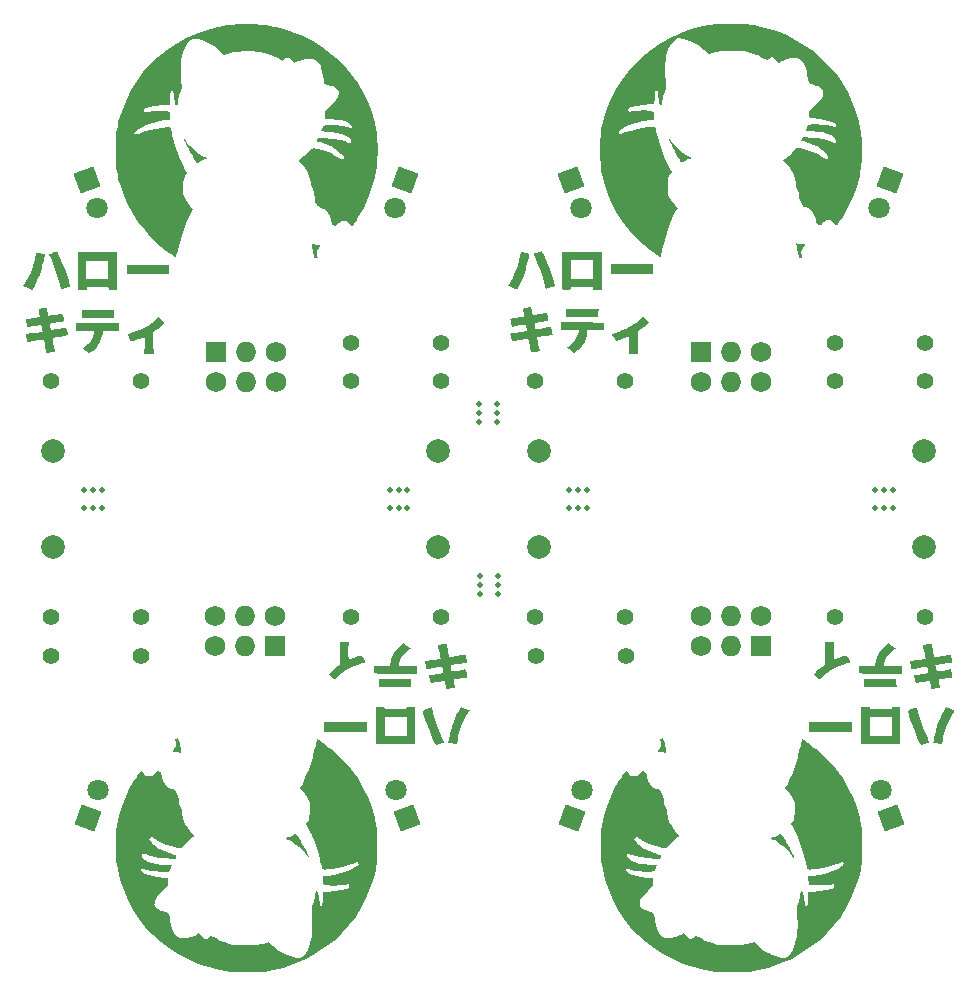
<source format=gts>
G04 #@! TF.GenerationSoftware,KiCad,Pcbnew,7.0.10*
G04 #@! TF.CreationDate,2024-07-07T16:54:11-05:00*
G04 #@! TF.ProjectId,g0dzilla_vs_sao2,6730647a-696c-46c6-915f-76735f73616f,1*
G04 #@! TF.SameCoordinates,Original*
G04 #@! TF.FileFunction,Soldermask,Top*
G04 #@! TF.FilePolarity,Negative*
%FSLAX46Y46*%
G04 Gerber Fmt 4.6, Leading zero omitted, Abs format (unit mm)*
G04 Created by KiCad (PCBNEW 7.0.10) date 2024-07-07 16:54:11*
%MOMM*%
%LPD*%
G01*
G04 APERTURE LIST*
G04 Aperture macros list*
%AMRotRect*
0 Rectangle, with rotation*
0 The origin of the aperture is its center*
0 $1 length*
0 $2 width*
0 $3 Rotation angle, in degrees counterclockwise*
0 Add horizontal line*
21,1,$1,$2,0,0,$3*%
G04 Aperture macros list end*
%ADD10RotRect,1.800000X1.800000X290.000000*%
%ADD11C,1.800000*%
%ADD12C,2.000000*%
%ADD13C,1.400000*%
%ADD14RotRect,1.800000X1.800000X250.000000*%
%ADD15R,1.727200X1.727200*%
%ADD16C,1.727200*%
%ADD17O,1.727200X1.727200*%
%ADD18C,0.500000*%
%ADD19RotRect,1.800000X1.800000X70.000000*%
%ADD20RotRect,1.800000X1.800000X110.000000*%
G04 APERTURE END LIST*
G36*
X82977815Y-90555126D02*
G01*
X82977815Y-90960673D01*
X81184874Y-90960673D01*
X79391933Y-90960673D01*
X79391933Y-90555126D01*
X79391933Y-90149580D01*
X81184874Y-90149580D01*
X82977815Y-90149580D01*
X82977815Y-90555126D01*
G37*
G36*
X99711933Y-129316807D02*
G01*
X99711933Y-129722353D01*
X97918992Y-129722353D01*
X96126051Y-129722353D01*
X96126051Y-129316807D01*
X96126051Y-128911261D01*
X97918992Y-128911261D01*
X99711933Y-128911261D01*
X99711933Y-129316807D01*
G37*
G36*
X102145210Y-125235300D02*
G01*
X103489916Y-125236850D01*
X103502384Y-125558593D01*
X103514852Y-125880337D01*
X102145210Y-125880337D01*
X100775569Y-125880337D01*
X100788037Y-125557043D01*
X100800505Y-125233750D01*
X102145210Y-125235300D01*
G37*
G36*
X124002017Y-90512437D02*
G01*
X124002017Y-90917984D01*
X122209076Y-90917984D01*
X120416135Y-90917984D01*
X120416135Y-90512437D01*
X120416135Y-90106891D01*
X122209076Y-90106891D01*
X124002017Y-90106891D01*
X124002017Y-90512437D01*
G37*
G36*
X140778824Y-129316807D02*
G01*
X140778824Y-129722353D01*
X138985883Y-129722353D01*
X137192941Y-129722353D01*
X137192941Y-129316807D01*
X137192941Y-128911261D01*
X138985883Y-128911261D01*
X140778824Y-128911261D01*
X140778824Y-129316807D01*
G37*
G36*
X143212101Y-125235300D02*
G01*
X144556807Y-125236850D01*
X144569275Y-125558593D01*
X144581743Y-125880337D01*
X143212101Y-125880337D01*
X141842459Y-125880337D01*
X141854927Y-125557043D01*
X141867395Y-125233750D01*
X143212101Y-125235300D01*
G37*
G36*
X78315830Y-94314851D02*
G01*
X78303362Y-94638106D01*
X76965790Y-94645692D01*
X76636630Y-94647009D01*
X76335751Y-94647158D01*
X76073543Y-94646216D01*
X75860399Y-94644263D01*
X75706711Y-94641375D01*
X75622868Y-94637633D01*
X75610412Y-94635491D01*
X75601765Y-94587207D01*
X75595435Y-94476282D01*
X75592644Y-94325448D01*
X75592605Y-94304650D01*
X75592605Y-93991597D01*
X76960451Y-93991597D01*
X78328298Y-93991597D01*
X78315830Y-94314851D01*
G37*
G36*
X119340031Y-94272162D02*
G01*
X119327563Y-94595417D01*
X117989992Y-94603003D01*
X117660832Y-94604320D01*
X117359953Y-94604469D01*
X117097745Y-94603527D01*
X116884601Y-94601574D01*
X116730912Y-94598686D01*
X116647070Y-94594944D01*
X116634614Y-94592802D01*
X116625967Y-94544518D01*
X116619637Y-94433593D01*
X116616846Y-94282759D01*
X116616807Y-94261961D01*
X116616807Y-93948908D01*
X117984653Y-93948908D01*
X119352499Y-93948908D01*
X119340031Y-94272162D01*
G37*
G36*
X83715626Y-130252574D02*
G01*
X83776761Y-130312031D01*
X83832639Y-130434681D01*
X83887219Y-130627269D01*
X83944458Y-130896540D01*
X83959003Y-130973176D01*
X84002536Y-131206577D01*
X84029453Y-131366405D01*
X84037468Y-131463255D01*
X84024291Y-131507722D01*
X83987635Y-131510402D01*
X83925211Y-131481888D01*
X83857150Y-131444802D01*
X83705029Y-131398134D01*
X83504965Y-131396662D01*
X83378598Y-131405551D01*
X83295681Y-131408334D01*
X83276639Y-131406146D01*
X83296572Y-131367617D01*
X83349490Y-131273747D01*
X83425069Y-131142775D01*
X83447395Y-131104487D01*
X83549416Y-130915741D01*
X83602307Y-130772412D01*
X83609703Y-130652795D01*
X83575234Y-130535183D01*
X83551084Y-130484889D01*
X83509818Y-130393624D01*
X83513814Y-130341429D01*
X83561756Y-130296266D01*
X83645277Y-130249567D01*
X83715626Y-130252574D01*
G37*
G36*
X124782517Y-130252574D02*
G01*
X124843652Y-130312031D01*
X124899530Y-130434681D01*
X124954110Y-130627269D01*
X125011349Y-130896540D01*
X125025894Y-130973176D01*
X125069427Y-131206577D01*
X125096344Y-131366405D01*
X125104359Y-131463255D01*
X125091182Y-131507722D01*
X125054525Y-131510402D01*
X124992102Y-131481888D01*
X124924041Y-131444802D01*
X124771920Y-131398134D01*
X124571856Y-131396662D01*
X124445489Y-131405551D01*
X124362572Y-131408334D01*
X124343530Y-131406146D01*
X124363463Y-131367617D01*
X124416381Y-131273747D01*
X124491959Y-131142775D01*
X124514286Y-131104487D01*
X124616306Y-130915741D01*
X124669198Y-130772412D01*
X124676593Y-130652795D01*
X124642125Y-130535183D01*
X124617975Y-130484889D01*
X124576709Y-130393624D01*
X124580705Y-130341429D01*
X124628647Y-130296266D01*
X124712168Y-130249567D01*
X124782517Y-130252574D01*
G37*
G36*
X134887355Y-138411167D02*
G01*
X134964491Y-138522269D01*
X135065550Y-138687863D01*
X135183649Y-138896885D01*
X135260601Y-139040014D01*
X135389945Y-139284506D01*
X135520738Y-139531067D01*
X135641337Y-139757794D01*
X135740100Y-139942786D01*
X135780455Y-140017989D01*
X135862826Y-140184908D01*
X135906652Y-140302202D01*
X135913280Y-140363743D01*
X135884062Y-140363404D01*
X135820346Y-140295056D01*
X135743749Y-140184662D01*
X135581905Y-139971570D01*
X135361677Y-139736923D01*
X135101554Y-139496319D01*
X134820022Y-139265353D01*
X134535570Y-139059622D01*
X134266685Y-138894721D01*
X134137193Y-138829387D01*
X133888090Y-138715344D01*
X134099759Y-138643348D01*
X134264990Y-138580077D01*
X134449293Y-138499383D01*
X134538165Y-138456404D01*
X134672967Y-138398100D01*
X134786789Y-138366354D01*
X134841021Y-138365615D01*
X134887355Y-138411167D01*
G37*
G36*
X93776132Y-138366250D02*
G01*
X93825856Y-138413613D01*
X93905165Y-138527986D01*
X94007568Y-138698999D01*
X94126573Y-138916282D01*
X94158158Y-138976615D01*
X94285737Y-139220179D01*
X94421071Y-139474756D01*
X94549667Y-139713308D01*
X94657029Y-139908796D01*
X94676223Y-139943094D01*
X94766538Y-140115953D01*
X94824536Y-140251010D01*
X94850058Y-140340833D01*
X94842949Y-140377992D01*
X94803052Y-140355055D01*
X94730210Y-140264593D01*
X94681470Y-140191848D01*
X94514140Y-139971074D01*
X94288210Y-139730037D01*
X94022436Y-139484601D01*
X93735577Y-139250628D01*
X93446390Y-139043979D01*
X93173635Y-138880518D01*
X93070302Y-138829387D01*
X92821199Y-138715344D01*
X93032869Y-138643348D01*
X93198099Y-138580077D01*
X93382402Y-138499383D01*
X93471274Y-138456404D01*
X93610573Y-138396332D01*
X93725513Y-138365660D01*
X93776132Y-138366250D01*
G37*
G36*
X84319122Y-79530784D02*
G01*
X84391574Y-79637129D01*
X84540951Y-79842125D01*
X84748444Y-80071236D01*
X84996417Y-80309192D01*
X85267235Y-80540723D01*
X85543263Y-80750557D01*
X85806865Y-80923424D01*
X85990917Y-81022033D01*
X86280230Y-81157418D01*
X86069779Y-81229000D01*
X85904097Y-81292437D01*
X85720451Y-81372902D01*
X85636630Y-81413484D01*
X85497133Y-81482133D01*
X85410412Y-81515714D01*
X85353943Y-81519394D01*
X85305199Y-81498343D01*
X85294846Y-81491907D01*
X85258340Y-81444651D01*
X85190299Y-81334805D01*
X85098418Y-81175609D01*
X84990390Y-80980304D01*
X84904520Y-80820208D01*
X84775728Y-80577305D01*
X84645311Y-80331898D01*
X84525137Y-80106281D01*
X84427073Y-79922748D01*
X84390157Y-79853945D01*
X84315270Y-79700956D01*
X84270782Y-79583116D01*
X84256634Y-79509454D01*
X84272767Y-79489000D01*
X84319122Y-79530784D01*
G37*
G36*
X95120199Y-88375118D02*
G01*
X95210839Y-88411362D01*
X95232596Y-88422232D01*
X95388424Y-88472106D01*
X95588327Y-88476109D01*
X95599420Y-88475229D01*
X95725623Y-88466357D01*
X95808348Y-88463597D01*
X95827227Y-88465788D01*
X95807294Y-88504317D01*
X95754376Y-88598187D01*
X95678798Y-88729159D01*
X95656471Y-88767446D01*
X95554451Y-88956193D01*
X95501559Y-89099521D01*
X95494164Y-89219139D01*
X95528632Y-89336751D01*
X95552782Y-89387044D01*
X95594048Y-89478310D01*
X95590052Y-89530505D01*
X95542110Y-89575668D01*
X95438323Y-89630095D01*
X95359903Y-89606185D01*
X95300356Y-89519916D01*
X95271619Y-89438972D01*
X95235333Y-89302383D01*
X95195264Y-89129152D01*
X95155179Y-88938279D01*
X95118843Y-88748767D01*
X95090021Y-88579614D01*
X95072479Y-88449824D01*
X95069983Y-88378397D01*
X95072703Y-88371220D01*
X95120199Y-88375118D01*
G37*
G36*
X136144401Y-88332429D02*
G01*
X136235041Y-88368673D01*
X136256797Y-88379543D01*
X136412626Y-88429417D01*
X136612529Y-88433420D01*
X136623622Y-88432540D01*
X136749824Y-88423668D01*
X136832550Y-88420908D01*
X136851429Y-88423099D01*
X136831495Y-88461628D01*
X136778578Y-88555497D01*
X136702999Y-88686470D01*
X136680673Y-88724757D01*
X136578652Y-88913504D01*
X136525761Y-89056832D01*
X136518365Y-89176450D01*
X136552834Y-89294062D01*
X136576984Y-89344355D01*
X136618250Y-89435621D01*
X136614254Y-89487816D01*
X136566312Y-89532978D01*
X136462525Y-89587405D01*
X136384105Y-89563495D01*
X136324558Y-89477227D01*
X136295820Y-89396283D01*
X136259534Y-89259694D01*
X136219466Y-89086463D01*
X136179381Y-88895590D01*
X136143044Y-88706077D01*
X136114222Y-88536925D01*
X136096681Y-88407135D01*
X136094185Y-88335708D01*
X136096904Y-88328531D01*
X136144401Y-88332429D01*
G37*
G36*
X117972179Y-95047623D02*
G01*
X119797143Y-95057766D01*
X119797143Y-95384440D01*
X119797143Y-95711113D01*
X119103446Y-95702497D01*
X118409748Y-95693881D01*
X118409748Y-95841436D01*
X118390670Y-96002834D01*
X118338954Y-96212999D01*
X118262876Y-96445759D01*
X118170715Y-96674946D01*
X118099609Y-96821995D01*
X117965397Y-97024162D01*
X117781657Y-97233006D01*
X117576476Y-97419629D01*
X117397908Y-97544010D01*
X117270233Y-97617263D01*
X116996881Y-97421012D01*
X116863084Y-97324187D01*
X116755602Y-97244992D01*
X116693975Y-97197858D01*
X116688660Y-97193360D01*
X116704081Y-97158275D01*
X116778727Y-97097697D01*
X116884862Y-97031550D01*
X117172578Y-96821715D01*
X117400742Y-96553663D01*
X117564372Y-96234838D01*
X117657915Y-95876421D01*
X117686376Y-95690826D01*
X116916780Y-95705665D01*
X116147185Y-95720505D01*
X116147200Y-95378992D01*
X116147214Y-95037479D01*
X117972179Y-95047623D01*
G37*
G36*
X76947972Y-95090699D02*
G01*
X78772941Y-95101229D01*
X78772941Y-95427516D01*
X78772941Y-95753802D01*
X78079244Y-95745186D01*
X77385547Y-95736570D01*
X77385547Y-95884125D01*
X77367999Y-96032811D01*
X77320780Y-96231324D01*
X77252022Y-96452938D01*
X77169859Y-96670929D01*
X77098240Y-96828130D01*
X76996574Y-96987175D01*
X76848795Y-97167863D01*
X76678100Y-97345804D01*
X76507689Y-97496607D01*
X76375565Y-97587952D01*
X76241790Y-97662457D01*
X75970559Y-97465241D01*
X75837541Y-97367757D01*
X75730711Y-97288054D01*
X75669584Y-97240725D01*
X75664458Y-97236336D01*
X75679882Y-97201100D01*
X75754536Y-97140414D01*
X75860660Y-97074239D01*
X76148376Y-96864405D01*
X76376540Y-96596352D01*
X76540170Y-96277528D01*
X76633713Y-95919110D01*
X76662174Y-95733515D01*
X75892579Y-95748354D01*
X75122983Y-95763194D01*
X75122993Y-95421681D01*
X75123003Y-95080169D01*
X76947972Y-95090699D01*
G37*
G36*
X108086995Y-127746403D02*
G01*
X108457856Y-127899268D01*
X108295562Y-128138458D01*
X108041884Y-128566323D01*
X107816867Y-129052976D01*
X107629990Y-129574008D01*
X107490733Y-130105011D01*
X107450591Y-130314131D01*
X107416114Y-130516260D01*
X107384192Y-130646728D01*
X107338297Y-130717094D01*
X107261904Y-130738916D01*
X107138485Y-130723750D01*
X106951512Y-130683156D01*
X106929749Y-130678376D01*
X106787325Y-130645302D01*
X106682083Y-130617244D01*
X106638135Y-130600936D01*
X106637398Y-130550789D01*
X106655888Y-130433599D01*
X106689998Y-130264594D01*
X106736124Y-130059001D01*
X106790661Y-129832047D01*
X106850005Y-129598959D01*
X106910550Y-129374963D01*
X106968693Y-129175288D01*
X106996657Y-129086500D01*
X107075477Y-128865085D01*
X107174030Y-128618655D01*
X107283728Y-128365853D01*
X107395979Y-128125320D01*
X107502196Y-127915699D01*
X107593788Y-127755633D01*
X107641591Y-127686769D01*
X107716135Y-127593537D01*
X108086995Y-127746403D01*
G37*
G36*
X148922873Y-127655279D02*
G01*
X149073453Y-127717857D01*
X149233268Y-127782258D01*
X149252605Y-127789876D01*
X149367725Y-127839320D01*
X149448834Y-127881839D01*
X149462418Y-127891644D01*
X149461474Y-127943680D01*
X149416045Y-128045297D01*
X149348614Y-128156638D01*
X149090629Y-128600880D01*
X148863861Y-129102380D01*
X148678091Y-129635752D01*
X148543095Y-130175609D01*
X148517481Y-130314131D01*
X148483004Y-130516260D01*
X148451082Y-130646728D01*
X148405188Y-130717094D01*
X148328795Y-130738916D01*
X148205375Y-130723750D01*
X148018403Y-130683156D01*
X147996640Y-130678376D01*
X147854380Y-130645429D01*
X147749450Y-130617676D01*
X147705839Y-130601749D01*
X147705972Y-130555132D01*
X147721127Y-130446106D01*
X147748223Y-130295702D01*
X147757384Y-130249760D01*
X147889485Y-129682009D01*
X148047992Y-129139771D01*
X148227326Y-128639056D01*
X148421906Y-128195874D01*
X148569929Y-127918630D01*
X148763896Y-127587679D01*
X148922873Y-127655279D01*
G37*
G36*
X71846971Y-89133426D02*
G01*
X71966352Y-89155023D01*
X72111927Y-89184499D01*
X72258722Y-89216522D01*
X72381769Y-89245760D01*
X72456094Y-89266879D01*
X72466688Y-89271954D01*
X72467035Y-89321671D01*
X72448272Y-89438469D01*
X72414003Y-89607128D01*
X72367828Y-89812428D01*
X72313350Y-90039148D01*
X72254172Y-90272068D01*
X72193894Y-90495967D01*
X72136120Y-90695625D01*
X72109716Y-90780308D01*
X72031337Y-91002459D01*
X71932853Y-91249705D01*
X71822888Y-91503347D01*
X71710066Y-91744686D01*
X71603010Y-91955022D01*
X71510346Y-92115656D01*
X71462275Y-92184115D01*
X71387731Y-92276298D01*
X71017358Y-92123765D01*
X70646984Y-91971232D01*
X70808791Y-91732759D01*
X71061784Y-91306054D01*
X71286362Y-90820512D01*
X71473044Y-90300546D01*
X71612352Y-89770571D01*
X71653275Y-89557803D01*
X71693813Y-89348933D01*
X71732541Y-89203938D01*
X71766902Y-89131635D01*
X71778754Y-89125042D01*
X71846971Y-89133426D01*
G37*
G36*
X125311498Y-79466683D02*
G01*
X125375856Y-79536080D01*
X125452841Y-79647126D01*
X125564336Y-79794285D01*
X125727101Y-79975158D01*
X125923601Y-80172911D01*
X126136299Y-80370711D01*
X126347659Y-80551724D01*
X126540146Y-80699117D01*
X126570938Y-80720440D01*
X126743956Y-80829732D01*
X126932819Y-80936704D01*
X127066667Y-81003933D01*
X127306869Y-81113901D01*
X127095199Y-81185896D01*
X126928675Y-81249629D01*
X126744475Y-81330304D01*
X126660831Y-81370795D01*
X126521334Y-81439444D01*
X126434614Y-81473025D01*
X126378145Y-81476705D01*
X126329401Y-81455654D01*
X126319048Y-81449218D01*
X126282542Y-81401962D01*
X126214501Y-81292116D01*
X126122619Y-81132920D01*
X126014591Y-80937615D01*
X125928722Y-80777518D01*
X125799929Y-80534616D01*
X125669512Y-80289209D01*
X125549338Y-80063592D01*
X125451275Y-79880059D01*
X125414359Y-79811256D01*
X125331782Y-79643807D01*
X125288052Y-79526556D01*
X125281760Y-79465511D01*
X125311498Y-79466683D01*
G37*
G36*
X76926778Y-89119788D02*
G01*
X78581118Y-89124829D01*
X78588470Y-90715104D01*
X78595821Y-92305379D01*
X78236146Y-92305379D01*
X77876471Y-92305379D01*
X77862963Y-92187984D01*
X77849455Y-92070589D01*
X76937311Y-92070589D01*
X76025167Y-92070589D01*
X76011659Y-92187984D01*
X76001802Y-92245569D01*
X75976640Y-92281086D01*
X75918380Y-92300840D01*
X75809226Y-92311136D01*
X75645294Y-92317788D01*
X75454354Y-92320223D01*
X75336235Y-92310354D01*
X75279087Y-92286823D01*
X75271221Y-92274912D01*
X75266657Y-92220810D01*
X75263038Y-92091267D01*
X75260425Y-91896213D01*
X75258881Y-91645580D01*
X75258467Y-91349301D01*
X75259245Y-91017307D01*
X75261221Y-90667187D01*
X75267428Y-89808068D01*
X75976807Y-89808068D01*
X75976807Y-90597816D01*
X75976807Y-91387563D01*
X76915967Y-91387563D01*
X77855126Y-91387563D01*
X77855126Y-90597816D01*
X77855126Y-89808068D01*
X76915967Y-89808068D01*
X75976807Y-89808068D01*
X75267428Y-89808068D01*
X75272437Y-89114747D01*
X76926778Y-89119788D01*
G37*
G36*
X105243648Y-127669440D02*
G01*
X105278926Y-127775072D01*
X105323494Y-127931106D01*
X105369803Y-128110841D01*
X105546543Y-128741670D01*
X105766232Y-129383317D01*
X106013084Y-129990049D01*
X106036284Y-130041802D01*
X106120456Y-130228040D01*
X106192342Y-130387223D01*
X106244304Y-130502426D01*
X106268680Y-130556675D01*
X106240813Y-130589735D01*
X106149133Y-130637134D01*
X106011931Y-130689792D01*
X105977750Y-130701086D01*
X105822455Y-130751319D01*
X105697113Y-130792468D01*
X105625533Y-130816706D01*
X105620711Y-130818472D01*
X105585466Y-130789262D01*
X105524897Y-130696671D01*
X105447841Y-130555563D01*
X105372186Y-130400424D01*
X105050104Y-129659013D01*
X104774255Y-128916576D01*
X104672410Y-128608052D01*
X104589094Y-128349174D01*
X104531000Y-128159554D01*
X104500569Y-128026166D01*
X104500239Y-127935984D01*
X104532450Y-127875985D01*
X104599642Y-127833143D01*
X104704254Y-127794432D01*
X104832691Y-127752267D01*
X104996506Y-127698072D01*
X105128597Y-127656300D01*
X105208892Y-127633214D01*
X105222678Y-127630589D01*
X105243648Y-127669440D01*
G37*
G36*
X117950979Y-89077099D02*
G01*
X119605320Y-89082140D01*
X119612671Y-90672415D01*
X119620023Y-92262690D01*
X119260348Y-92262690D01*
X118900673Y-92262690D01*
X118887165Y-92145295D01*
X118873657Y-92027900D01*
X117961513Y-92027900D01*
X117049369Y-92027900D01*
X117035861Y-92145295D01*
X117026003Y-92202880D01*
X117000842Y-92238397D01*
X116942582Y-92258151D01*
X116833428Y-92268447D01*
X116669495Y-92275099D01*
X116478555Y-92277534D01*
X116360437Y-92267665D01*
X116303289Y-92244134D01*
X116295422Y-92232223D01*
X116290858Y-92178121D01*
X116287239Y-92048577D01*
X116284627Y-91853523D01*
X116283083Y-91602891D01*
X116282669Y-91306612D01*
X116283447Y-90974618D01*
X116285423Y-90624498D01*
X116291630Y-89765379D01*
X117001009Y-89765379D01*
X117001009Y-90555126D01*
X117001009Y-91344874D01*
X117940168Y-91344874D01*
X118879328Y-91344874D01*
X118879328Y-90555126D01*
X118879328Y-89765379D01*
X117940168Y-89765379D01*
X117001009Y-89765379D01*
X116291630Y-89765379D01*
X116296639Y-89072058D01*
X117950979Y-89077099D01*
G37*
G36*
X146310539Y-127669440D02*
G01*
X146345817Y-127775072D01*
X146390385Y-127931106D01*
X146436694Y-128110841D01*
X146636055Y-128813635D01*
X146888037Y-129525948D01*
X147121314Y-130082288D01*
X147206024Y-130271807D01*
X147275144Y-130430570D01*
X147322441Y-130543941D01*
X147341681Y-130597283D01*
X147341604Y-130599468D01*
X147299211Y-130615471D01*
X147196524Y-130650548D01*
X147054505Y-130697561D01*
X147032773Y-130704657D01*
X146880469Y-130754549D01*
X146758206Y-130795040D01*
X146690383Y-130818045D01*
X146687602Y-130819047D01*
X146652351Y-130789600D01*
X146591771Y-130696802D01*
X146514701Y-130555543D01*
X146439077Y-130400424D01*
X146116995Y-129659013D01*
X145841146Y-128916576D01*
X145739300Y-128608052D01*
X145655985Y-128349174D01*
X145597891Y-128159554D01*
X145567460Y-128026166D01*
X145567130Y-127935984D01*
X145599341Y-127875985D01*
X145666533Y-127833143D01*
X145771145Y-127794432D01*
X145899582Y-127752267D01*
X146063397Y-127698072D01*
X146195488Y-127656300D01*
X146275783Y-127633214D01*
X146289569Y-127630589D01*
X146310539Y-127669440D01*
G37*
G36*
X101240903Y-127683950D02*
G01*
X101254411Y-127801345D01*
X102166555Y-127801345D01*
X103078699Y-127801345D01*
X103092207Y-127683950D01*
X103105715Y-127566555D01*
X103468572Y-127566555D01*
X103831429Y-127566555D01*
X103831429Y-129161858D01*
X103831429Y-130757161D01*
X102177259Y-130762699D01*
X101810905Y-130763925D01*
X101472701Y-130765057D01*
X101171830Y-130766064D01*
X100917474Y-130766915D01*
X100718813Y-130767580D01*
X100585031Y-130768028D01*
X100525308Y-130768228D01*
X100523013Y-130768236D01*
X100522804Y-130727103D01*
X100522243Y-130609925D01*
X100521374Y-130426036D01*
X100520240Y-130184768D01*
X100518885Y-129895454D01*
X100517353Y-129567427D01*
X100515689Y-129210020D01*
X100515490Y-129167395D01*
X100512313Y-128484370D01*
X101248740Y-128484370D01*
X101248740Y-129274118D01*
X101248740Y-130063866D01*
X102187899Y-130063866D01*
X103127059Y-130063866D01*
X103127059Y-129274118D01*
X103127059Y-128484370D01*
X102187899Y-128484370D01*
X101248740Y-128484370D01*
X100512313Y-128484370D01*
X100508045Y-127566555D01*
X100867720Y-127566555D01*
X101227395Y-127566555D01*
X101240903Y-127683950D01*
G37*
G36*
X112870044Y-89090670D02*
G01*
X112988606Y-89112091D01*
X113133690Y-89141322D01*
X113280348Y-89173067D01*
X113403626Y-89202033D01*
X113478576Y-89222925D01*
X113489706Y-89228081D01*
X113495592Y-89285045D01*
X113478424Y-89409900D01*
X113441789Y-89589423D01*
X113389275Y-89810393D01*
X113324470Y-90059584D01*
X113250963Y-90323775D01*
X113172342Y-90589742D01*
X113092194Y-90844263D01*
X113014107Y-91074114D01*
X112941671Y-91266072D01*
X112927192Y-91301092D01*
X112863723Y-91441723D01*
X112782554Y-91607690D01*
X112692607Y-91782458D01*
X112602807Y-91949493D01*
X112522077Y-92092261D01*
X112459342Y-92194227D01*
X112423525Y-92238857D01*
X112420699Y-92239542D01*
X112380174Y-92223520D01*
X112278570Y-92181982D01*
X112133634Y-92122206D01*
X112041073Y-92083857D01*
X111670212Y-91929976D01*
X111832506Y-91690787D01*
X112086184Y-91262921D01*
X112311201Y-90776269D01*
X112498077Y-90255237D01*
X112637334Y-89724234D01*
X112677477Y-89515114D01*
X112718015Y-89306244D01*
X112756743Y-89161249D01*
X112791104Y-89088946D01*
X112802956Y-89082353D01*
X112870044Y-89090670D01*
G37*
G36*
X142307794Y-127683950D02*
G01*
X142321302Y-127801345D01*
X143233446Y-127801345D01*
X144145590Y-127801345D01*
X144159098Y-127683950D01*
X144172605Y-127566555D01*
X144535462Y-127566555D01*
X144898320Y-127566555D01*
X144898320Y-129161858D01*
X144898320Y-130757161D01*
X143244150Y-130762699D01*
X142877796Y-130763925D01*
X142539592Y-130765057D01*
X142238721Y-130766064D01*
X141984364Y-130766915D01*
X141785704Y-130767580D01*
X141651922Y-130768028D01*
X141592199Y-130768228D01*
X141589903Y-130768236D01*
X141589695Y-130727103D01*
X141589134Y-130609925D01*
X141588264Y-130426036D01*
X141587130Y-130184768D01*
X141585776Y-129895454D01*
X141584244Y-129567427D01*
X141582579Y-129210020D01*
X141582381Y-129167395D01*
X141579204Y-128484370D01*
X142315631Y-128484370D01*
X142315631Y-129274118D01*
X142315631Y-130063866D01*
X143254790Y-130063866D01*
X144193950Y-130063866D01*
X144193950Y-129274118D01*
X144193950Y-128484370D01*
X143254790Y-128484370D01*
X142315631Y-128484370D01*
X141579204Y-128484370D01*
X141574936Y-127566555D01*
X141934611Y-127566555D01*
X142294286Y-127566555D01*
X142307794Y-127683950D01*
G37*
G36*
X103131186Y-122408232D02*
G01*
X103264984Y-122505057D01*
X103372466Y-122584253D01*
X103434093Y-122631386D01*
X103439408Y-122635885D01*
X103423987Y-122670970D01*
X103349341Y-122731547D01*
X103243206Y-122797695D01*
X102955490Y-123007529D01*
X102727326Y-123275581D01*
X102563696Y-123594406D01*
X102470153Y-123952823D01*
X102441692Y-124138419D01*
X103211287Y-124123579D01*
X103980883Y-124108740D01*
X103980868Y-124450253D01*
X103980853Y-124791765D01*
X102161134Y-124791765D01*
X101669986Y-124790954D01*
X101260814Y-124788465D01*
X100930229Y-124784209D01*
X100674846Y-124778102D01*
X100491277Y-124770056D01*
X100376133Y-124759985D01*
X100326028Y-124747802D01*
X100323401Y-124744841D01*
X100316039Y-124680687D01*
X100314208Y-124558149D01*
X100318155Y-124407883D01*
X100330925Y-124117851D01*
X101024622Y-124126607D01*
X101718320Y-124135363D01*
X101718826Y-123993984D01*
X101744055Y-123779767D01*
X101813933Y-123519687D01*
X101921725Y-123236067D01*
X101995824Y-123075918D01*
X102178059Y-122787100D01*
X102419455Y-122522183D01*
X102693895Y-122309173D01*
X102733217Y-122285235D01*
X102857835Y-122211981D01*
X103131186Y-122408232D01*
G37*
G36*
X73557681Y-89103345D02*
G01*
X73612809Y-89215879D01*
X73687201Y-89375314D01*
X73773742Y-89565833D01*
X73865317Y-89771621D01*
X73954811Y-89976860D01*
X74035109Y-90165735D01*
X74094126Y-90309895D01*
X74167504Y-90502124D01*
X74249887Y-90730667D01*
X74335660Y-90978472D01*
X74419208Y-91228484D01*
X74494915Y-91463649D01*
X74557165Y-91666912D01*
X74600344Y-91821220D01*
X74617680Y-91899934D01*
X74616910Y-91949543D01*
X74587859Y-91989889D01*
X74515726Y-92030359D01*
X74385710Y-92080339D01*
X74271175Y-92119667D01*
X74107360Y-92173861D01*
X73975269Y-92215633D01*
X73894974Y-92238720D01*
X73881188Y-92241345D01*
X73860218Y-92202494D01*
X73824940Y-92096861D01*
X73780372Y-91940828D01*
X73734063Y-91761093D01*
X73534702Y-91058298D01*
X73282720Y-90345986D01*
X73049443Y-89789646D01*
X72964737Y-89600154D01*
X72895618Y-89441448D01*
X72848320Y-89328153D01*
X72829077Y-89274897D01*
X72829152Y-89272730D01*
X72878460Y-89252043D01*
X72983008Y-89215824D01*
X73119788Y-89171279D01*
X73265791Y-89125616D01*
X73398007Y-89086042D01*
X73493428Y-89059766D01*
X73528934Y-89053528D01*
X73557681Y-89103345D01*
G37*
G36*
X144200198Y-122406693D02*
G01*
X144333216Y-122504177D01*
X144440045Y-122583880D01*
X144501172Y-122631208D01*
X144506298Y-122635597D01*
X144490875Y-122670834D01*
X144416221Y-122731520D01*
X144310096Y-122797695D01*
X144022381Y-123007529D01*
X143794217Y-123275581D01*
X143630587Y-123594406D01*
X143537044Y-123952823D01*
X143508583Y-124138419D01*
X144278178Y-124123579D01*
X145047774Y-124108740D01*
X145047759Y-124450253D01*
X145047744Y-124791765D01*
X143228025Y-124791765D01*
X142736877Y-124790954D01*
X142327704Y-124788465D01*
X141997120Y-124784209D01*
X141741737Y-124778102D01*
X141558167Y-124770056D01*
X141443024Y-124759985D01*
X141392919Y-124747802D01*
X141390291Y-124744841D01*
X141382930Y-124680687D01*
X141381099Y-124558149D01*
X141385046Y-124407883D01*
X141397815Y-124117851D01*
X142091513Y-124126607D01*
X142785210Y-124135363D01*
X142785210Y-123987809D01*
X142802808Y-123838738D01*
X142850185Y-123639823D01*
X142919217Y-123417723D01*
X143001779Y-123199097D01*
X143073443Y-123041977D01*
X143175576Y-122883112D01*
X143325123Y-122701831D01*
X143498370Y-122522943D01*
X143671600Y-122371258D01*
X143798042Y-122283982D01*
X143928967Y-122209476D01*
X144200198Y-122406693D01*
G37*
G36*
X82288679Y-94754884D02*
G01*
X82442518Y-94884908D01*
X82534843Y-94976638D01*
X82568135Y-95048293D01*
X82544876Y-95118094D01*
X82467548Y-95204262D01*
X82363204Y-95302079D01*
X82204230Y-95441432D01*
X82029758Y-95581258D01*
X81881078Y-95688846D01*
X81648739Y-95843109D01*
X81662269Y-96795714D01*
X81675799Y-97748319D01*
X81291597Y-97748320D01*
X80907395Y-97748321D01*
X80921667Y-96996462D01*
X80924356Y-96755197D01*
X80923047Y-96547794D01*
X80918123Y-96387492D01*
X80909967Y-96287531D01*
X80900322Y-96260033D01*
X80719090Y-96335802D01*
X80518961Y-96415070D01*
X80317921Y-96491241D01*
X80133959Y-96557723D01*
X79985060Y-96607922D01*
X79889211Y-96635244D01*
X79868404Y-96638320D01*
X79801627Y-96608316D01*
X79720824Y-96512888D01*
X79630397Y-96364577D01*
X79556087Y-96228908D01*
X79501671Y-96124239D01*
X79477653Y-96070869D01*
X79477311Y-96068782D01*
X79514844Y-96046591D01*
X79612315Y-96011305D01*
X79722773Y-95978004D01*
X80230304Y-95809296D01*
X80717219Y-95596072D01*
X81167775Y-95347114D01*
X81566226Y-95071206D01*
X81896829Y-94777131D01*
X81921468Y-94751397D01*
X82081759Y-94581641D01*
X82288679Y-94754884D01*
G37*
G36*
X114583240Y-89062473D02*
G01*
X114639447Y-89177601D01*
X114714963Y-89340928D01*
X114802997Y-89537160D01*
X114896756Y-89751005D01*
X114989448Y-89967168D01*
X115074280Y-90170355D01*
X115134703Y-90320337D01*
X115213655Y-90528820D01*
X115299677Y-90768982D01*
X115387068Y-91023428D01*
X115470130Y-91274764D01*
X115543162Y-91505596D01*
X115600466Y-91698530D01*
X115636340Y-91836172D01*
X115643716Y-91873750D01*
X115636186Y-91917904D01*
X115589406Y-91959508D01*
X115489614Y-92006574D01*
X115323049Y-92067112D01*
X115295376Y-92076524D01*
X115131650Y-92130905D01*
X114999692Y-92172827D01*
X114919535Y-92196010D01*
X114905787Y-92198656D01*
X114885357Y-92159706D01*
X114849800Y-92053148D01*
X114803805Y-91894422D01*
X114752062Y-91698969D01*
X114742311Y-91660325D01*
X114610496Y-91188114D01*
X114446619Y-90686462D01*
X114263187Y-90190777D01*
X114072710Y-89736471D01*
X114029028Y-89641149D01*
X113952567Y-89474532D01*
X113893338Y-89339947D01*
X113858423Y-89253836D01*
X113852409Y-89230986D01*
X113901505Y-89210170D01*
X114005932Y-89173791D01*
X114142697Y-89129072D01*
X114288807Y-89083236D01*
X114421267Y-89043509D01*
X114517085Y-89017113D01*
X114553135Y-89010839D01*
X114583240Y-89062473D01*
G37*
G36*
X98182200Y-122875471D02*
G01*
X98179510Y-123116736D01*
X98180819Y-123324140D01*
X98185743Y-123484442D01*
X98193899Y-123584403D01*
X98203544Y-123611900D01*
X98384776Y-123536131D01*
X98584906Y-123456864D01*
X98785945Y-123380693D01*
X98969907Y-123314210D01*
X99118806Y-123264011D01*
X99214655Y-123236689D01*
X99235462Y-123233614D01*
X99301199Y-123262967D01*
X99381016Y-123356587D01*
X99477361Y-123514316D01*
X99550033Y-123650926D01*
X99599229Y-123756510D01*
X99615981Y-123811488D01*
X99614847Y-123814510D01*
X99566808Y-123835277D01*
X99459721Y-123870905D01*
X99318266Y-123913242D01*
X98971522Y-124027014D01*
X98612411Y-124170378D01*
X98273378Y-124329303D01*
X97990564Y-124487442D01*
X97835889Y-124590333D01*
X97665418Y-124713710D01*
X97493138Y-124846165D01*
X97333036Y-124976292D01*
X97199099Y-125092684D01*
X97105313Y-125183936D01*
X97065667Y-125238641D01*
X97065210Y-125242069D01*
X97053430Y-125275855D01*
X97012049Y-125267321D01*
X96932009Y-125210977D01*
X96804250Y-125101335D01*
X96745559Y-125048422D01*
X96489942Y-124816165D01*
X96660181Y-124640008D01*
X96777983Y-124530519D01*
X96936872Y-124398989D01*
X97106566Y-124270238D01*
X97142755Y-124244460D01*
X97455090Y-124025069D01*
X97441579Y-123074342D01*
X97428068Y-122123615D01*
X97812269Y-122123614D01*
X98196471Y-122123613D01*
X98182200Y-122875471D01*
G37*
G36*
X123313019Y-94712311D02*
G01*
X123464173Y-94840605D01*
X123555415Y-94930186D01*
X123592051Y-94997444D01*
X123579384Y-95058768D01*
X123522719Y-95130548D01*
X123467067Y-95188261D01*
X123353227Y-95293406D01*
X123197697Y-95422330D01*
X123029611Y-95551133D01*
X122988036Y-95581232D01*
X122673366Y-95805883D01*
X122686683Y-96755756D01*
X122700000Y-97705630D01*
X122315799Y-97705631D01*
X121931597Y-97705632D01*
X121945868Y-96953773D01*
X121948558Y-96712508D01*
X121947249Y-96505105D01*
X121942325Y-96344803D01*
X121934169Y-96244842D01*
X121924524Y-96217344D01*
X121743292Y-96293113D01*
X121543162Y-96372380D01*
X121342123Y-96448552D01*
X121158160Y-96515034D01*
X121009261Y-96565233D01*
X120913413Y-96592555D01*
X120892606Y-96595631D01*
X120825829Y-96565627D01*
X120745025Y-96470199D01*
X120654599Y-96321888D01*
X120580289Y-96186218D01*
X120525872Y-96081550D01*
X120501855Y-96028180D01*
X120501513Y-96026093D01*
X120539046Y-96003902D01*
X120636516Y-95968616D01*
X120746975Y-95935315D01*
X121046602Y-95840506D01*
X121367688Y-95720628D01*
X121675565Y-95589544D01*
X121935565Y-95461117D01*
X121942833Y-95457136D01*
X122128216Y-95346110D01*
X122336133Y-95207045D01*
X122547051Y-95054535D01*
X122741439Y-94903176D01*
X122899767Y-94767563D01*
X122996118Y-94670053D01*
X123106237Y-94539183D01*
X123313019Y-94712311D01*
G37*
G36*
X139249090Y-122875471D02*
G01*
X139246401Y-123116736D01*
X139247710Y-123324140D01*
X139252634Y-123484442D01*
X139260790Y-123584403D01*
X139270435Y-123611900D01*
X139451667Y-123536131D01*
X139651796Y-123456864D01*
X139852836Y-123380693D01*
X140036798Y-123314210D01*
X140185697Y-123264011D01*
X140281545Y-123236689D01*
X140302353Y-123233614D01*
X140368090Y-123262967D01*
X140447907Y-123356587D01*
X140544252Y-123514316D01*
X140616924Y-123650926D01*
X140666120Y-123756510D01*
X140682872Y-123811488D01*
X140681737Y-123814510D01*
X140633699Y-123835277D01*
X140526611Y-123870905D01*
X140385156Y-123913242D01*
X140038413Y-124027014D01*
X139679302Y-124170378D01*
X139340268Y-124329303D01*
X139057454Y-124487442D01*
X138902780Y-124590333D01*
X138732309Y-124713710D01*
X138560029Y-124846165D01*
X138399927Y-124976292D01*
X138265989Y-125092684D01*
X138172204Y-125183936D01*
X138132557Y-125238641D01*
X138132101Y-125242069D01*
X138120555Y-125275329D01*
X138079761Y-125267065D01*
X138000486Y-125211696D01*
X137873498Y-125103645D01*
X137811933Y-125048623D01*
X137555799Y-124817885D01*
X137747899Y-124621036D01*
X137882221Y-124496588D01*
X138052930Y-124356324D01*
X138224051Y-124229741D01*
X138230994Y-124224969D01*
X138521988Y-124025752D01*
X138508473Y-123074683D01*
X138494958Y-122123615D01*
X138879160Y-122123614D01*
X139263362Y-122123613D01*
X139249090Y-122875471D01*
G37*
G36*
X147564687Y-122272059D02*
G01*
X147598424Y-122331475D01*
X147609076Y-122409081D01*
X147616157Y-122507793D01*
X147634911Y-122655192D01*
X147661605Y-122829723D01*
X147692504Y-123009828D01*
X147723874Y-123173951D01*
X147751982Y-123300535D01*
X147773094Y-123368024D01*
X147775915Y-123372290D01*
X147826167Y-123376353D01*
X147944662Y-123366041D01*
X148115837Y-123343271D01*
X148324124Y-123309959D01*
X148422240Y-123292688D01*
X148645393Y-123252692D01*
X148841390Y-123218229D01*
X148993532Y-123192185D01*
X149085122Y-123177447D01*
X149101144Y-123175356D01*
X149135020Y-123188710D01*
X149167371Y-123242895D01*
X149201899Y-123349068D01*
X149242308Y-123518386D01*
X149287010Y-123735211D01*
X149298932Y-123829945D01*
X149274484Y-123867651D01*
X149219521Y-123873438D01*
X149144600Y-123879306D01*
X149003107Y-123895786D01*
X148812873Y-123920613D01*
X148591728Y-123951520D01*
X148500748Y-123964763D01*
X147876958Y-124056601D01*
X147914119Y-124232082D01*
X147951613Y-124411268D01*
X147980206Y-124522371D01*
X148012599Y-124579910D01*
X148061492Y-124598401D01*
X148139586Y-124592362D01*
X148219518Y-124581172D01*
X148370648Y-124558365D01*
X148554193Y-124526197D01*
X148745988Y-124489451D01*
X148921867Y-124452911D01*
X149057664Y-124421361D01*
X149122551Y-124402419D01*
X149152977Y-124405118D01*
X149181229Y-124445766D01*
X149210858Y-124535551D01*
X149245419Y-124685659D01*
X149288464Y-124907275D01*
X149296192Y-124949120D01*
X149308313Y-125010203D01*
X149311238Y-125055094D01*
X149293716Y-125087890D01*
X149244492Y-125112687D01*
X149152314Y-125133582D01*
X149005929Y-125154673D01*
X148794085Y-125180056D01*
X148599701Y-125202704D01*
X148415347Y-125227139D01*
X148264854Y-125252350D01*
X148167016Y-125274875D01*
X148139742Y-125287458D01*
X148138628Y-125342513D01*
X148154691Y-125456988D01*
X148184535Y-125607443D01*
X148188953Y-125627120D01*
X148225304Y-125800283D01*
X148229653Y-125908561D01*
X148189389Y-125970217D01*
X148091902Y-126003513D01*
X147924582Y-126026712D01*
X147912013Y-126028185D01*
X147766022Y-126047428D01*
X147647346Y-126066834D01*
X147600739Y-126077109D01*
X147548826Y-126071788D01*
X147516302Y-126007010D01*
X147501811Y-125935834D01*
X147468912Y-125736860D01*
X147445887Y-125603636D01*
X147429339Y-125517574D01*
X147415867Y-125460082D01*
X147412676Y-125448332D01*
X147397231Y-125418504D01*
X147361372Y-125403935D01*
X147289594Y-125404984D01*
X147166391Y-125422011D01*
X146976258Y-125455376D01*
X146956955Y-125458896D01*
X146754888Y-125495583D01*
X146567273Y-125529265D01*
X146420908Y-125555149D01*
X146364446Y-125564872D01*
X146208388Y-125591138D01*
X146158103Y-125340863D01*
X146127164Y-125189132D01*
X146100129Y-125060402D01*
X146087141Y-125001409D01*
X146083708Y-124964522D01*
X146101718Y-124936345D01*
X146154012Y-124912856D01*
X146253431Y-124890035D01*
X146412815Y-124863862D01*
X146624179Y-124833261D01*
X146835633Y-124801678D01*
X147017842Y-124771382D01*
X147153372Y-124745496D01*
X147224794Y-124727139D01*
X147229455Y-124724901D01*
X147250207Y-124669704D01*
X147253650Y-124561599D01*
X147242337Y-124430714D01*
X147218818Y-124307174D01*
X147186975Y-124223213D01*
X147153536Y-124204853D01*
X147077640Y-124201855D01*
X146948243Y-124215207D01*
X146754303Y-124245897D01*
X146576321Y-124277838D01*
X146359733Y-124318751D01*
X146170089Y-124356272D01*
X146024921Y-124386810D01*
X145941760Y-124406772D01*
X145932549Y-124409751D01*
X145899476Y-124410975D01*
X145870580Y-124378848D01*
X145841932Y-124301657D01*
X145809602Y-124167690D01*
X145769660Y-123965234D01*
X145752774Y-123873950D01*
X145725420Y-123724538D01*
X146377943Y-123626084D01*
X146603091Y-123591478D01*
X146796231Y-123560584D01*
X146942618Y-123535856D01*
X147027506Y-123519750D01*
X147042674Y-123515422D01*
X147041969Y-123469043D01*
X147026221Y-123359623D01*
X146999354Y-123207369D01*
X146965292Y-123032483D01*
X146927961Y-122855172D01*
X146891284Y-122695638D01*
X146861107Y-122580610D01*
X146828907Y-122450984D01*
X146828748Y-122382515D01*
X146853053Y-122359252D01*
X146954805Y-122334736D01*
X147097176Y-122310142D01*
X147254826Y-122288577D01*
X147402410Y-122273145D01*
X147514585Y-122266952D01*
X147564687Y-122272059D01*
G37*
G36*
X106497796Y-122272059D02*
G01*
X106531533Y-122331475D01*
X106542185Y-122409081D01*
X106549241Y-122507176D01*
X106567928Y-122654120D01*
X106594523Y-122828361D01*
X106625303Y-123008345D01*
X106656545Y-123172519D01*
X106684528Y-123299329D01*
X106705528Y-123367223D01*
X106708451Y-123371717D01*
X106756660Y-123374169D01*
X106871415Y-123363394D01*
X107035384Y-123342104D01*
X107231235Y-123313008D01*
X107441638Y-123278818D01*
X107649260Y-123242245D01*
X107836770Y-123205999D01*
X107986836Y-123172791D01*
X107997960Y-123170032D01*
X108054356Y-123160189D01*
X108091204Y-123176248D01*
X108117874Y-123234413D01*
X108143732Y-123350892D01*
X108162654Y-123454945D01*
X108192071Y-123613237D01*
X108217901Y-123740259D01*
X108235021Y-123810971D01*
X108236170Y-123814283D01*
X108207742Y-123846300D01*
X108103707Y-123873829D01*
X108000299Y-123887860D01*
X107846777Y-123906190D01*
X107641409Y-123933794D01*
X107416613Y-123966216D01*
X107289089Y-123985631D01*
X106831624Y-124056880D01*
X106859200Y-124264758D01*
X106884433Y-124435342D01*
X106913999Y-124536577D01*
X106962427Y-124583882D01*
X107044249Y-124592675D01*
X107156859Y-124580611D01*
X107306364Y-124558012D01*
X107488738Y-124525982D01*
X107679740Y-124489327D01*
X107855134Y-124452853D01*
X107990681Y-124421365D01*
X108055660Y-124402419D01*
X108086087Y-124405118D01*
X108114338Y-124445766D01*
X108143968Y-124535551D01*
X108178528Y-124685659D01*
X108221573Y-124907275D01*
X108229301Y-124949120D01*
X108241650Y-125010658D01*
X108244849Y-125055540D01*
X108227448Y-125088066D01*
X108177995Y-125112538D01*
X108085039Y-125133258D01*
X107937130Y-125154527D01*
X107722816Y-125180646D01*
X107561526Y-125199960D01*
X107379334Y-125224412D01*
X107227229Y-125249383D01*
X107126581Y-125271135D01*
X107100545Y-125280587D01*
X107078176Y-125320453D01*
X107079859Y-125407612D01*
X107106468Y-125556632D01*
X107121040Y-125622625D01*
X107157794Y-125797088D01*
X107162928Y-125906509D01*
X107124108Y-125969019D01*
X107029000Y-126002746D01*
X106865270Y-126025821D01*
X106845122Y-126028185D01*
X106699477Y-126047335D01*
X106581465Y-126066531D01*
X106535274Y-126076656D01*
X106475915Y-126065604D01*
X106441554Y-125981621D01*
X106440841Y-125978070D01*
X106420960Y-125863216D01*
X106398067Y-125711643D01*
X106388951Y-125645547D01*
X106369928Y-125517963D01*
X106352832Y-125428723D01*
X106345961Y-125406290D01*
X106311283Y-125401216D01*
X106216842Y-125409521D01*
X106057515Y-125431976D01*
X105828180Y-125469350D01*
X105523711Y-125522412D01*
X105276235Y-125566924D01*
X105200926Y-125577125D01*
X105156026Y-125561220D01*
X105126935Y-125501379D01*
X105099055Y-125379773D01*
X105091237Y-125340979D01*
X105060292Y-125189221D01*
X105033252Y-125060466D01*
X105020250Y-125001409D01*
X105016817Y-124964522D01*
X105034828Y-124936345D01*
X105087121Y-124912856D01*
X105186540Y-124890035D01*
X105345924Y-124863862D01*
X105557288Y-124833261D01*
X105768743Y-124801678D01*
X105950951Y-124771382D01*
X106086482Y-124745496D01*
X106157903Y-124727139D01*
X106162564Y-124724901D01*
X106183316Y-124669704D01*
X106186760Y-124561599D01*
X106175446Y-124430714D01*
X106151927Y-124307174D01*
X106120084Y-124223213D01*
X106086646Y-124204853D01*
X106010749Y-124201855D01*
X105881352Y-124215207D01*
X105687412Y-124245897D01*
X105509430Y-124277838D01*
X105292842Y-124318751D01*
X105103199Y-124356272D01*
X104958030Y-124386810D01*
X104874869Y-124406772D01*
X104865659Y-124409751D01*
X104832585Y-124410975D01*
X104803690Y-124378848D01*
X104775042Y-124301657D01*
X104742711Y-124167690D01*
X104702769Y-123965234D01*
X104685883Y-123873950D01*
X104658529Y-123724538D01*
X105311052Y-123626084D01*
X105536200Y-123591478D01*
X105729340Y-123560584D01*
X105875727Y-123535856D01*
X105960616Y-123519750D01*
X105975784Y-123515422D01*
X105975078Y-123469043D01*
X105959330Y-123359623D01*
X105932463Y-123207369D01*
X105898402Y-123032483D01*
X105861070Y-122855172D01*
X105824394Y-122695638D01*
X105794216Y-122580610D01*
X105762017Y-122450984D01*
X105761857Y-122382515D01*
X105786162Y-122359252D01*
X105887914Y-122334736D01*
X106030286Y-122310142D01*
X106187935Y-122288577D01*
X106335519Y-122273145D01*
X106447694Y-122266952D01*
X106497796Y-122272059D01*
G37*
G36*
X72638425Y-93798653D02*
G01*
X72650476Y-93843676D01*
X72670096Y-93950580D01*
X72693138Y-94096674D01*
X72694205Y-94103915D01*
X72717970Y-94257920D01*
X72738939Y-94380267D01*
X72752590Y-94444567D01*
X72752627Y-94444683D01*
X72768704Y-94459019D01*
X72811252Y-94464648D01*
X72889464Y-94460378D01*
X73012534Y-94445011D01*
X73189655Y-94417354D01*
X73430020Y-94376211D01*
X73742824Y-94320387D01*
X73829552Y-94304698D01*
X73892350Y-94292968D01*
X73934650Y-94294601D01*
X73964279Y-94323695D01*
X73989065Y-94394351D01*
X74016833Y-94520667D01*
X74053829Y-94708740D01*
X74078615Y-94836457D01*
X74094831Y-94924167D01*
X74098488Y-94947743D01*
X74058797Y-94958099D01*
X73950147Y-94977425D01*
X73788174Y-95003148D01*
X73588513Y-95032693D01*
X73543675Y-95039083D01*
X73332544Y-95070700D01*
X73150460Y-95101191D01*
X73014990Y-95127383D01*
X72943702Y-95146104D01*
X72939328Y-95148253D01*
X72914142Y-95189476D01*
X72914501Y-95277848D01*
X72939182Y-95424782D01*
X72967989Y-95558927D01*
X72991967Y-95654230D01*
X73003466Y-95685595D01*
X73048064Y-95683558D01*
X73158247Y-95668123D01*
X73315869Y-95642575D01*
X73502783Y-95610196D01*
X73700840Y-95574271D01*
X73891896Y-95538082D01*
X74057801Y-95504914D01*
X74180409Y-95478050D01*
X74238208Y-95462182D01*
X74271281Y-95460958D01*
X74300176Y-95493085D01*
X74328825Y-95570277D01*
X74361155Y-95704244D01*
X74401097Y-95906700D01*
X74417983Y-95997984D01*
X74445337Y-96147395D01*
X73792814Y-96245849D01*
X73567666Y-96280456D01*
X73374526Y-96311350D01*
X73228139Y-96336078D01*
X73143251Y-96352184D01*
X73128083Y-96356512D01*
X73128788Y-96402891D01*
X73144536Y-96512310D01*
X73171403Y-96664565D01*
X73205464Y-96839450D01*
X73242796Y-97016762D01*
X73279473Y-97176296D01*
X73309650Y-97291324D01*
X73339549Y-97394764D01*
X73346963Y-97461262D01*
X73318512Y-97502486D01*
X73240818Y-97530107D01*
X73100500Y-97555793D01*
X72985075Y-97574415D01*
X72804778Y-97602676D01*
X72691594Y-97615757D01*
X72628564Y-97613331D01*
X72598725Y-97595076D01*
X72586772Y-97566807D01*
X72574768Y-97505515D01*
X72553225Y-97378537D01*
X72525233Y-97204623D01*
X72494956Y-97009561D01*
X72462783Y-96812306D01*
X72432097Y-96648143D01*
X72406380Y-96534246D01*
X72389164Y-96487820D01*
X72338900Y-96488588D01*
X72220664Y-96502936D01*
X72050380Y-96528581D01*
X71843967Y-96563246D01*
X71767279Y-96576880D01*
X71546132Y-96616360D01*
X71349978Y-96650648D01*
X71196707Y-96676670D01*
X71104213Y-96691351D01*
X71091072Y-96693075D01*
X71036813Y-96682599D01*
X70997746Y-96624512D01*
X70962270Y-96500807D01*
X70959549Y-96488908D01*
X70912799Y-96280529D01*
X70884514Y-96141462D01*
X70874455Y-96057718D01*
X70882386Y-96015303D01*
X70908070Y-96000226D01*
X70951236Y-95998496D01*
X71026157Y-95992627D01*
X71167650Y-95976147D01*
X71357884Y-95951321D01*
X71579029Y-95920414D01*
X71670009Y-95907171D01*
X72293799Y-95815333D01*
X72256638Y-95639852D01*
X72219144Y-95460666D01*
X72190551Y-95349562D01*
X72158158Y-95292024D01*
X72109265Y-95273533D01*
X72031171Y-95279571D01*
X71951239Y-95290762D01*
X71800109Y-95313569D01*
X71616564Y-95345737D01*
X71424769Y-95382483D01*
X71248890Y-95419022D01*
X71113093Y-95450572D01*
X71048206Y-95469515D01*
X71017779Y-95466816D01*
X70989528Y-95426167D01*
X70959898Y-95336382D01*
X70925338Y-95186275D01*
X70882293Y-94964659D01*
X70874565Y-94922814D01*
X70862216Y-94861276D01*
X70859017Y-94816394D01*
X70876418Y-94783868D01*
X70925871Y-94759396D01*
X71018827Y-94738676D01*
X71166736Y-94717407D01*
X71381050Y-94691288D01*
X71542340Y-94671974D01*
X71724532Y-94647521D01*
X71876637Y-94622550D01*
X71977285Y-94600798D01*
X72003321Y-94591347D01*
X72025771Y-94551457D01*
X72024092Y-94464325D01*
X71997423Y-94315295D01*
X71983346Y-94251594D01*
X71952664Y-94099118D01*
X71936340Y-93980939D01*
X71937368Y-93919698D01*
X71939104Y-93916920D01*
X71988861Y-93899629D01*
X72096539Y-93875647D01*
X72237392Y-93849157D01*
X72386677Y-93824345D01*
X72519648Y-93805395D01*
X72611561Y-93796492D01*
X72638425Y-93798653D01*
G37*
G36*
X113662626Y-93755963D02*
G01*
X113674678Y-93800987D01*
X113694298Y-93907890D01*
X113717340Y-94053985D01*
X113718407Y-94061226D01*
X113742171Y-94215231D01*
X113763141Y-94337578D01*
X113776792Y-94401878D01*
X113776829Y-94401994D01*
X113792906Y-94416330D01*
X113835454Y-94421959D01*
X113913666Y-94417688D01*
X114036736Y-94402322D01*
X114213857Y-94374665D01*
X114454222Y-94333522D01*
X114767026Y-94277698D01*
X114853754Y-94262009D01*
X114916276Y-94250275D01*
X114958471Y-94251711D01*
X114988084Y-94280355D01*
X115012858Y-94350242D01*
X115040535Y-94475411D01*
X115078860Y-94669898D01*
X115078916Y-94670180D01*
X115102014Y-94798044D01*
X115113629Y-94885258D01*
X115112902Y-94908847D01*
X115068856Y-94918075D01*
X114956217Y-94937555D01*
X114790794Y-94964656D01*
X114588393Y-94996745D01*
X114532487Y-95005453D01*
X114321893Y-95039474D01*
X114143093Y-95070885D01*
X114012314Y-95096648D01*
X113945784Y-95113722D01*
X113941130Y-95116238D01*
X113932889Y-95169735D01*
X113939362Y-95275716D01*
X113956348Y-95403406D01*
X113979647Y-95522033D01*
X114005058Y-95600823D01*
X114007983Y-95606032D01*
X114041422Y-95624392D01*
X114117319Y-95627390D01*
X114246716Y-95614038D01*
X114440656Y-95583348D01*
X114618638Y-95551407D01*
X114835225Y-95510494D01*
X115024869Y-95472972D01*
X115170038Y-95442434D01*
X115253199Y-95422473D01*
X115262409Y-95419493D01*
X115295482Y-95418269D01*
X115324378Y-95450396D01*
X115353026Y-95527587D01*
X115385357Y-95661555D01*
X115425299Y-95864011D01*
X115442185Y-95955295D01*
X115469538Y-96104706D01*
X114817016Y-96203160D01*
X114591868Y-96237766D01*
X114398728Y-96268661D01*
X114252341Y-96293389D01*
X114167452Y-96309495D01*
X114152284Y-96313823D01*
X114152990Y-96360202D01*
X114168738Y-96469621D01*
X114195605Y-96621876D01*
X114229666Y-96796761D01*
X114266997Y-96974073D01*
X114303674Y-97133606D01*
X114333852Y-97248634D01*
X114364226Y-97353290D01*
X114371442Y-97419369D01*
X114341848Y-97459874D01*
X114261796Y-97487809D01*
X114117636Y-97516179D01*
X114037670Y-97530800D01*
X113843784Y-97563306D01*
X113718156Y-97574607D01*
X113646286Y-97564477D01*
X113613670Y-97532687D01*
X113610696Y-97524118D01*
X113598776Y-97462759D01*
X113577699Y-97335706D01*
X113550486Y-97161771D01*
X113521440Y-96968455D01*
X113490094Y-96771256D01*
X113459698Y-96607018D01*
X113433751Y-96493037D01*
X113415927Y-96446714D01*
X113364705Y-96446916D01*
X113245610Y-96460798D01*
X113074648Y-96486118D01*
X112867827Y-96520633D01*
X112791481Y-96534191D01*
X112570394Y-96573667D01*
X112374359Y-96607952D01*
X112221247Y-96633974D01*
X112128930Y-96648659D01*
X112115828Y-96650386D01*
X112070343Y-96642798D01*
X112033847Y-96597732D01*
X111998332Y-96499466D01*
X111957494Y-96339496D01*
X111915040Y-96159097D01*
X111891873Y-96046261D01*
X111888685Y-95985224D01*
X111906170Y-95960222D01*
X111945021Y-95955489D01*
X111974370Y-95955807D01*
X112049693Y-95949936D01*
X112191550Y-95933450D01*
X112382074Y-95908615D01*
X112603397Y-95877699D01*
X112694210Y-95864482D01*
X113318000Y-95772644D01*
X113280840Y-95597163D01*
X113243346Y-95417977D01*
X113214752Y-95306873D01*
X113182359Y-95249335D01*
X113133466Y-95230844D01*
X113055372Y-95236882D01*
X112975440Y-95248073D01*
X112824311Y-95270880D01*
X112640765Y-95303048D01*
X112448971Y-95339794D01*
X112273092Y-95376333D01*
X112137294Y-95407883D01*
X112072407Y-95426826D01*
X112041981Y-95424127D01*
X112013730Y-95383478D01*
X111984100Y-95293693D01*
X111949540Y-95143586D01*
X111906495Y-94921969D01*
X111898766Y-94880125D01*
X111886646Y-94819041D01*
X111883720Y-94774150D01*
X111901243Y-94741355D01*
X111950467Y-94716558D01*
X112042645Y-94695662D01*
X112189029Y-94674572D01*
X112400873Y-94649188D01*
X112595258Y-94626541D01*
X112779612Y-94602106D01*
X112930104Y-94576894D01*
X113027943Y-94554369D01*
X113055217Y-94541786D01*
X113056366Y-94486685D01*
X113040329Y-94372276D01*
X113010504Y-94222111D01*
X113006525Y-94204409D01*
X112976162Y-94053084D01*
X112960261Y-93936152D01*
X112961812Y-93876456D01*
X112963305Y-93874230D01*
X113013063Y-93856940D01*
X113120741Y-93832958D01*
X113261594Y-93806468D01*
X113410878Y-93781656D01*
X113543850Y-93762706D01*
X113635763Y-93753803D01*
X113662626Y-93755963D01*
G37*
G36*
X130951664Y-69770418D02*
G01*
X131255557Y-69772142D01*
X131501555Y-69776004D01*
X131703398Y-69782812D01*
X131874827Y-69793378D01*
X132029583Y-69808508D01*
X132181406Y-69829013D01*
X132344037Y-69855702D01*
X132497143Y-69883143D01*
X133483906Y-70102191D01*
X134422142Y-70390400D01*
X135315452Y-70749311D01*
X136167435Y-71180468D01*
X136981694Y-71685413D01*
X137398250Y-71982777D01*
X138139395Y-72588365D01*
X138817612Y-73248390D01*
X139430446Y-73958665D01*
X139975441Y-74715001D01*
X140450141Y-75513211D01*
X140852090Y-76349104D01*
X141178835Y-77218494D01*
X141427918Y-78117192D01*
X141596884Y-79041009D01*
X141614226Y-79173880D01*
X141643345Y-79486664D01*
X141662607Y-79859702D01*
X141672012Y-80268441D01*
X141671558Y-80688327D01*
X141661247Y-81094806D01*
X141641078Y-81463326D01*
X141614226Y-81744440D01*
X141456645Y-82671664D01*
X141217500Y-83577898D01*
X140898910Y-84457502D01*
X140502997Y-85304835D01*
X140031880Y-86114258D01*
X139892341Y-86325156D01*
X139745161Y-86537698D01*
X139634263Y-86684219D01*
X139550776Y-86771160D01*
X139485828Y-86804963D01*
X139430549Y-86792068D01*
X139376066Y-86738915D01*
X139356923Y-86713874D01*
X139239320Y-86558094D01*
X139150726Y-86459347D01*
X139071484Y-86404515D01*
X138981935Y-86380484D01*
X138862419Y-86374137D01*
X138847453Y-86373964D01*
X138718258Y-86376674D01*
X138625505Y-86396766D01*
X138539421Y-86447437D01*
X138430233Y-86541883D01*
X138395314Y-86574370D01*
X138255903Y-86695404D01*
X138147584Y-86761556D01*
X138047106Y-86783798D01*
X137963203Y-86778306D01*
X137892747Y-86745394D01*
X137833592Y-86661333D01*
X137779830Y-86514405D01*
X137730949Y-86317727D01*
X137636332Y-85986165D01*
X137510516Y-85727311D01*
X137345975Y-85531843D01*
X137135183Y-85390438D01*
X136913977Y-85305775D01*
X136761147Y-85250358D01*
X136654862Y-85175633D01*
X136556680Y-85054125D01*
X136551633Y-85046823D01*
X136452361Y-84868025D01*
X136373078Y-84660673D01*
X136322530Y-84454595D01*
X136309462Y-84279620D01*
X136314248Y-84237143D01*
X136316831Y-84054418D01*
X136272381Y-83865280D01*
X136191306Y-83709361D01*
X136168503Y-83682291D01*
X136107340Y-83585508D01*
X136063346Y-83435708D01*
X136037225Y-83270199D01*
X135948671Y-82819703D01*
X135801393Y-82396114D01*
X135602316Y-82013905D01*
X135358365Y-81687550D01*
X135208369Y-81537815D01*
X134970052Y-81325407D01*
X135131665Y-81203831D01*
X135455583Y-80943266D01*
X135725529Y-80691056D01*
X135920458Y-80469832D01*
X136012417Y-80357017D01*
X136092733Y-80286451D01*
X136181025Y-80254406D01*
X136296911Y-80257152D01*
X136460012Y-80290961D01*
X136628211Y-80335296D01*
X136989822Y-80435728D01*
X137283962Y-80524083D01*
X137526405Y-80607257D01*
X137732924Y-80692142D01*
X137919292Y-80785631D01*
X138101284Y-80894620D01*
X138294672Y-81026001D01*
X138426565Y-81121250D01*
X138580261Y-81208175D01*
X138700242Y-81223078D01*
X138780335Y-81167635D01*
X138814366Y-81043520D01*
X138815126Y-81015797D01*
X138783645Y-80950126D01*
X138698357Y-80845357D01*
X138572994Y-80714619D01*
X138421287Y-80571044D01*
X138256968Y-80427763D01*
X138093770Y-80297906D01*
X137979112Y-80216387D01*
X137831021Y-80133632D01*
X137620351Y-80037377D01*
X137366996Y-79936195D01*
X137142957Y-79856107D01*
X136930697Y-79783172D01*
X136748347Y-79718732D01*
X136610693Y-79668151D01*
X136532522Y-79636793D01*
X136520655Y-79630347D01*
X136519062Y-79578434D01*
X136547738Y-79490673D01*
X136591031Y-79403188D01*
X136633286Y-79352108D01*
X136642461Y-79349244D01*
X136695314Y-79352908D01*
X136818354Y-79363051D01*
X136996742Y-79378402D01*
X137215641Y-79397689D01*
X137395013Y-79413750D01*
X137901574Y-79465858D01*
X138325148Y-79523566D01*
X138667974Y-79587332D01*
X138932287Y-79657614D01*
X139120326Y-79734868D01*
X139193218Y-79781403D01*
X139287447Y-79832923D01*
X139370133Y-79818738D01*
X139374647Y-79816382D01*
X139449105Y-79738037D01*
X139449783Y-79628125D01*
X139378624Y-79494513D01*
X139264100Y-79369107D01*
X139030180Y-79198207D01*
X138730722Y-79061717D01*
X138362091Y-78958598D01*
X137920650Y-78887813D01*
X137444966Y-78850256D01*
X136907244Y-78824415D01*
X136980468Y-78587753D01*
X137041323Y-78432954D01*
X137106554Y-78337919D01*
X137133989Y-78319554D01*
X137255548Y-78293909D01*
X137443307Y-78280917D01*
X137679222Y-78279353D01*
X137945252Y-78287991D01*
X138223352Y-78305606D01*
X138495481Y-78330974D01*
X138743596Y-78362868D01*
X138949653Y-78400063D01*
X139095609Y-78441335D01*
X139125937Y-78454820D01*
X139296137Y-78524938D01*
X139417936Y-78536719D01*
X139485716Y-78490517D01*
X139498152Y-78431429D01*
X139456017Y-78295257D01*
X139330408Y-78170631D01*
X139122515Y-78058087D01*
X138833528Y-77958164D01*
X138464638Y-77871399D01*
X138132101Y-77814666D01*
X137918691Y-77788251D01*
X137685720Y-77767366D01*
X137513110Y-77757767D01*
X137214286Y-77748404D01*
X137201853Y-77468593D01*
X137189421Y-77188783D01*
X137716719Y-76632579D01*
X137912607Y-76423753D01*
X138057500Y-76262632D01*
X138160892Y-76136665D01*
X138232279Y-76033304D01*
X138281156Y-75939999D01*
X138317016Y-75844203D01*
X138319758Y-75835578D01*
X138361308Y-75664073D01*
X138373774Y-75519512D01*
X138368626Y-75472439D01*
X138298035Y-75322842D01*
X138165969Y-75180343D01*
X137995404Y-75064608D01*
X137811933Y-74995869D01*
X137633760Y-74952317D01*
X137447714Y-74899776D01*
X137396507Y-74883691D01*
X137310357Y-74853156D01*
X137245966Y-74817300D01*
X137197340Y-74762929D01*
X137158485Y-74676849D01*
X137123407Y-74545866D01*
X137086111Y-74356786D01*
X137041679Y-74102681D01*
X136977897Y-73767047D01*
X136912086Y-73502323D01*
X136838791Y-73294111D01*
X136752555Y-73128012D01*
X136647919Y-72989627D01*
X136601110Y-72940224D01*
X136468189Y-72819832D01*
X136346510Y-72747071D01*
X136197218Y-72700438D01*
X136148712Y-72689862D01*
X135889687Y-72668070D01*
X135590245Y-72694641D01*
X135276858Y-72764883D01*
X134975999Y-72874104D01*
X134895754Y-72911959D01*
X134626297Y-73046725D01*
X134395114Y-72804203D01*
X134238539Y-72655218D01*
X134111125Y-72576655D01*
X133997363Y-72566174D01*
X133881743Y-72621438D01*
X133777765Y-72711142D01*
X133624703Y-72860604D01*
X133204317Y-72628333D01*
X132832896Y-72446262D01*
X132428387Y-72287782D01*
X132023922Y-72164568D01*
X131686051Y-72093280D01*
X131492455Y-72072678D01*
X131234612Y-72058988D01*
X130933367Y-72052170D01*
X130609567Y-72052184D01*
X130284059Y-72058994D01*
X129977690Y-72072558D01*
X129711306Y-72092839D01*
X129670666Y-72097041D01*
X129445828Y-72128903D01*
X129215704Y-72173872D01*
X129017182Y-72224303D01*
X128947603Y-72246880D01*
X128663777Y-72349089D01*
X128297399Y-71986813D01*
X128120948Y-71817832D01*
X127970087Y-71690352D01*
X127817266Y-71584943D01*
X127634931Y-71482171D01*
X127449965Y-71389119D01*
X127123304Y-71242432D01*
X126807572Y-71125397D01*
X126517854Y-71042338D01*
X126269236Y-70997579D01*
X126076804Y-70995443D01*
X126076437Y-70995491D01*
X125914272Y-71055981D01*
X125744947Y-71189583D01*
X125576514Y-71385395D01*
X125417028Y-71632517D01*
X125274544Y-71920049D01*
X125157117Y-72237090D01*
X125155742Y-72241513D01*
X125097984Y-72483987D01*
X125051703Y-72790373D01*
X125018144Y-73139821D01*
X124998553Y-73511482D01*
X124994175Y-73884503D01*
X125006255Y-74238036D01*
X125023817Y-74450268D01*
X125050742Y-74706446D01*
X125067503Y-74896735D01*
X125072773Y-75040164D01*
X125065226Y-75155765D01*
X125043536Y-75262567D01*
X125006376Y-75379602D01*
X124952421Y-75525898D01*
X124948048Y-75537547D01*
X124882604Y-75731043D01*
X124828185Y-75926702D01*
X124794748Y-76087905D01*
X124791336Y-76113850D01*
X124766460Y-76328755D01*
X124745757Y-76472363D01*
X124724821Y-76558324D01*
X124699252Y-76600286D01*
X124664646Y-76611900D01*
X124631581Y-76609121D01*
X124580426Y-76589134D01*
X124543201Y-76534849D01*
X124511359Y-76428086D01*
X124484813Y-76296975D01*
X124450555Y-76090119D01*
X124417686Y-75855062D01*
X124397103Y-75677984D01*
X124377826Y-75513166D01*
X124357009Y-75416363D01*
X124328395Y-75370346D01*
X124285730Y-75357881D01*
X124280864Y-75357816D01*
X124205222Y-75399330D01*
X124148640Y-75523909D01*
X124111106Y-75731602D01*
X124092607Y-76022461D01*
X124090676Y-76136891D01*
X124087395Y-76574454D01*
X123789864Y-76574454D01*
X123565168Y-76583907D01*
X123284611Y-76609884D01*
X122975313Y-76648818D01*
X122664393Y-76697140D01*
X122378971Y-76751279D01*
X122281365Y-76772980D01*
X122065300Y-76841471D01*
X121931625Y-76927311D01*
X121878838Y-77031986D01*
X121901718Y-77149074D01*
X121933171Y-77207814D01*
X121973206Y-77229723D01*
X122047610Y-77218768D01*
X122153236Y-77187775D01*
X122311423Y-77154591D01*
X122531913Y-77128623D01*
X122791880Y-77110553D01*
X123068498Y-77101059D01*
X123338943Y-77100824D01*
X123580389Y-77110528D01*
X123770011Y-77130852D01*
X123809916Y-77138367D01*
X124066051Y-77193446D01*
X124066051Y-77534958D01*
X124066051Y-77876471D01*
X123712238Y-77905799D01*
X123133676Y-77989136D01*
X122543052Y-78140454D01*
X121967425Y-78351849D01*
X121609700Y-78520012D01*
X121366490Y-78655562D01*
X121201087Y-78772111D01*
X121109136Y-78873880D01*
X121086284Y-78965086D01*
X121101602Y-79012294D01*
X121141536Y-79064079D01*
X121200310Y-79085937D01*
X121292786Y-79076447D01*
X121433828Y-79034183D01*
X121627530Y-78961917D01*
X122077905Y-78808381D01*
X122582580Y-78674069D01*
X123111310Y-78566320D01*
X123496101Y-78508527D01*
X123758783Y-78477823D01*
X123948814Y-78463902D01*
X124077776Y-78469622D01*
X124157252Y-78497844D01*
X124198827Y-78551427D01*
X124214084Y-78633229D01*
X124215462Y-78686094D01*
X124226552Y-78767883D01*
X124257519Y-78917220D01*
X124304913Y-79119525D01*
X124365280Y-79360218D01*
X124435171Y-79624717D01*
X124454242Y-79694733D01*
X124690613Y-80458606D01*
X124969003Y-81184371D01*
X125282004Y-81853359D01*
X125393722Y-82062271D01*
X125536775Y-82320676D01*
X125439899Y-82467817D01*
X125328122Y-82680176D01*
X125252608Y-82929309D01*
X125210097Y-83230192D01*
X125197311Y-83582282D01*
X125204623Y-83882225D01*
X125227432Y-84111060D01*
X125267045Y-84281871D01*
X125267387Y-84282900D01*
X125344182Y-84456069D01*
X125466891Y-84666916D01*
X125620759Y-84893046D01*
X125791030Y-85112065D01*
X125884145Y-85218992D01*
X126039897Y-85389748D01*
X125839346Y-85738124D01*
X125668036Y-86070195D01*
X125491646Y-86477486D01*
X125313553Y-86950256D01*
X125137134Y-87478768D01*
X124965766Y-88053282D01*
X124802826Y-88664059D01*
X124748651Y-88883609D01*
X124696428Y-89096185D01*
X124650324Y-89277262D01*
X124614362Y-89411528D01*
X124592566Y-89483670D01*
X124588907Y-89491542D01*
X124549185Y-89475800D01*
X124454400Y-89420174D01*
X124319403Y-89333789D01*
X124182758Y-89242051D01*
X123736985Y-88924475D01*
X123340006Y-88612435D01*
X122961078Y-88280425D01*
X122573266Y-87906751D01*
X121937331Y-87213580D01*
X121367209Y-86474326D01*
X120866551Y-85695259D01*
X120439009Y-84882645D01*
X120088235Y-84042752D01*
X119817881Y-83181849D01*
X119815666Y-83173423D01*
X119723430Y-82809425D01*
X119650552Y-82487498D01*
X119594877Y-82189158D01*
X119554248Y-81895922D01*
X119526509Y-81589306D01*
X119509504Y-81250828D01*
X119501077Y-80862004D01*
X119499044Y-80459160D01*
X119501656Y-80010065D01*
X119510930Y-79627746D01*
X119529021Y-79293720D01*
X119558085Y-78989503D01*
X119600279Y-78696612D01*
X119657759Y-78396564D01*
X119732680Y-78070876D01*
X119815666Y-77744897D01*
X120075110Y-76916508D01*
X120413330Y-76099150D01*
X120823725Y-75303434D01*
X121299693Y-74539974D01*
X121834634Y-73819380D01*
X122421945Y-73152266D01*
X123038831Y-72563334D01*
X123806251Y-71945362D01*
X124603524Y-71405074D01*
X125435043Y-70940372D01*
X126305202Y-70549161D01*
X127218394Y-70229344D01*
X128179014Y-69978824D01*
X128655126Y-69883143D01*
X128837173Y-69850704D01*
X128997003Y-69825122D01*
X129148356Y-69805585D01*
X129304972Y-69791286D01*
X129480593Y-69781415D01*
X129688959Y-69775163D01*
X129943810Y-69771721D01*
X130258888Y-69770280D01*
X130576135Y-69770023D01*
X130951664Y-69770418D01*
G37*
G36*
X89927462Y-69813107D02*
G01*
X90231355Y-69814831D01*
X90477353Y-69818693D01*
X90679197Y-69825502D01*
X90850626Y-69836067D01*
X91005381Y-69851197D01*
X91157204Y-69871703D01*
X91319835Y-69898391D01*
X91472941Y-69925832D01*
X92459704Y-70144880D01*
X93397940Y-70433089D01*
X94291250Y-70792001D01*
X95143234Y-71223157D01*
X95957492Y-71728102D01*
X96374048Y-72025466D01*
X97115193Y-72631054D01*
X97793411Y-73291079D01*
X98406244Y-74001354D01*
X98951239Y-74757690D01*
X99425939Y-75555900D01*
X99827889Y-76391793D01*
X100154633Y-77261183D01*
X100403716Y-78159881D01*
X100572682Y-79083698D01*
X100590024Y-79216569D01*
X100610634Y-79429459D01*
X100628273Y-79700865D01*
X100641667Y-80003942D01*
X100649540Y-80311846D01*
X100651093Y-80501849D01*
X100647492Y-80798495D01*
X100637542Y-81107763D01*
X100622517Y-81402808D01*
X100603692Y-81656786D01*
X100590024Y-81787129D01*
X100432443Y-82714353D01*
X100193298Y-83620587D01*
X99874709Y-84500191D01*
X99478796Y-85347524D01*
X99007679Y-86156947D01*
X98868140Y-86367845D01*
X98720959Y-86580387D01*
X98610061Y-86726908D01*
X98526574Y-86813850D01*
X98461627Y-86847652D01*
X98406347Y-86834757D01*
X98351865Y-86781604D01*
X98332721Y-86756563D01*
X98215212Y-86600857D01*
X98126679Y-86502138D01*
X98047351Y-86447302D01*
X97957455Y-86423242D01*
X97837220Y-86416854D01*
X97819903Y-86416653D01*
X97679567Y-86420151D01*
X97582747Y-86443948D01*
X97493626Y-86502821D01*
X97397952Y-86590729D01*
X97237563Y-86733570D01*
X97113051Y-86814911D01*
X97010289Y-86842456D01*
X96949334Y-86835389D01*
X96878244Y-86798714D01*
X96819715Y-86721230D01*
X96766974Y-86589278D01*
X96713249Y-86389201D01*
X96700267Y-86333111D01*
X96603471Y-86006004D01*
X96474161Y-85751277D01*
X96304683Y-85559630D01*
X96087382Y-85421767D01*
X95889775Y-85348464D01*
X95736945Y-85293048D01*
X95630660Y-85218322D01*
X95532478Y-85096814D01*
X95527432Y-85089512D01*
X95385242Y-84810577D01*
X95303888Y-84480137D01*
X95284665Y-84183612D01*
X95279677Y-84021029D01*
X95254416Y-83904596D01*
X95197527Y-83795550D01*
X95151317Y-83728398D01*
X95053074Y-83559243D01*
X95016945Y-83402197D01*
X95016135Y-83372539D01*
X94996054Y-83168275D01*
X94941226Y-82918100D01*
X94859771Y-82649940D01*
X94759811Y-82391720D01*
X94685908Y-82236999D01*
X94529625Y-81988591D01*
X94327597Y-81738643D01*
X94240120Y-81646514D01*
X93955029Y-81361095D01*
X94112053Y-81243020D01*
X94429904Y-80987306D01*
X94697168Y-80737940D01*
X94896256Y-80512521D01*
X94988215Y-80399706D01*
X95068531Y-80329140D01*
X95156823Y-80297095D01*
X95272709Y-80299841D01*
X95435810Y-80333650D01*
X95604010Y-80377985D01*
X95965620Y-80478417D01*
X96259760Y-80566772D01*
X96502203Y-80649946D01*
X96708722Y-80734831D01*
X96895091Y-80828320D01*
X97077082Y-80937309D01*
X97270470Y-81068690D01*
X97402364Y-81163939D01*
X97556059Y-81250864D01*
X97676040Y-81265767D01*
X97756133Y-81210324D01*
X97790164Y-81086209D01*
X97790925Y-81058487D01*
X97759582Y-80993434D01*
X97674800Y-80889181D01*
X97550450Y-80759054D01*
X97400400Y-80616376D01*
X97238522Y-80474475D01*
X97078685Y-80346674D01*
X96967617Y-80267513D01*
X96854340Y-80203841D01*
X96688193Y-80124818D01*
X96487599Y-80037680D01*
X96270977Y-79949663D01*
X96056749Y-79868005D01*
X95863336Y-79799942D01*
X95709159Y-79752712D01*
X95612638Y-79733550D01*
X95608164Y-79733446D01*
X95528928Y-79710427D01*
X95505467Y-79688180D01*
X95500226Y-79619116D01*
X95528366Y-79522998D01*
X95574848Y-79435647D01*
X95624633Y-79392883D01*
X95629633Y-79392439D01*
X95726533Y-79397707D01*
X95889477Y-79411011D01*
X96099718Y-79430411D01*
X96338506Y-79453970D01*
X96587094Y-79479749D01*
X96826731Y-79505810D01*
X97038671Y-79530216D01*
X97204163Y-79551027D01*
X97295460Y-79564646D01*
X97618868Y-79629366D01*
X97879363Y-79697177D01*
X98069015Y-79765742D01*
X98166434Y-79821149D01*
X98278569Y-79872071D01*
X98371294Y-79849205D01*
X98425022Y-79761213D01*
X98431261Y-79704042D01*
X98395507Y-79598775D01*
X98299872Y-79474073D01*
X98161795Y-79346708D01*
X97998715Y-79233450D01*
X97876303Y-79170356D01*
X97558545Y-79060177D01*
X97174280Y-78974374D01*
X96739690Y-78916060D01*
X96442116Y-78894576D01*
X95883056Y-78867058D01*
X95956873Y-78628483D01*
X95996443Y-78512157D01*
X96041004Y-78431319D01*
X96105830Y-78379314D01*
X96206200Y-78349487D01*
X96357389Y-78335183D01*
X96574673Y-78329749D01*
X96644469Y-78328962D01*
X96963166Y-78332876D01*
X97275082Y-78349887D01*
X97563678Y-78378083D01*
X97812416Y-78415551D01*
X98004758Y-78460377D01*
X98101735Y-78497509D01*
X98271935Y-78567627D01*
X98393735Y-78579408D01*
X98461514Y-78533207D01*
X98473950Y-78474118D01*
X98432443Y-78341954D01*
X98312045Y-78219188D01*
X98118945Y-78108056D01*
X97859329Y-78010791D01*
X97539383Y-77929626D01*
X97165296Y-77866795D01*
X96743253Y-77824533D01*
X96659664Y-77819102D01*
X96190084Y-77791093D01*
X96177652Y-77511282D01*
X96165219Y-77231472D01*
X96692518Y-76675268D01*
X96888406Y-76466442D01*
X97033298Y-76305321D01*
X97136691Y-76179354D01*
X97208078Y-76075993D01*
X97256954Y-75982688D01*
X97292815Y-75886892D01*
X97295556Y-75878267D01*
X97339375Y-75694525D01*
X97348344Y-75544996D01*
X97343450Y-75510690D01*
X97286115Y-75392778D01*
X97177213Y-75263805D01*
X97042752Y-75148364D01*
X96908741Y-75071053D01*
X96863514Y-75056825D01*
X96761520Y-75031741D01*
X96611475Y-74991445D01*
X96458323Y-74948225D01*
X96342091Y-74913906D01*
X96256534Y-74879640D01*
X96194392Y-74832205D01*
X96148408Y-74758383D01*
X96111322Y-74644953D01*
X96075875Y-74478696D01*
X96034808Y-74246393D01*
X96017477Y-74145370D01*
X95953695Y-73809736D01*
X95887885Y-73545012D01*
X95814590Y-73336800D01*
X95728353Y-73170701D01*
X95623717Y-73032316D01*
X95576908Y-72982913D01*
X95443987Y-72862521D01*
X95322308Y-72789760D01*
X95173016Y-72743127D01*
X95124510Y-72732551D01*
X94865486Y-72710759D01*
X94566043Y-72737330D01*
X94252656Y-72807572D01*
X93951798Y-72916793D01*
X93871552Y-72954648D01*
X93602095Y-73089414D01*
X93370912Y-72846892D01*
X93214337Y-72697907D01*
X93086924Y-72619344D01*
X92973162Y-72608863D01*
X92857541Y-72664127D01*
X92753563Y-72753831D01*
X92600501Y-72903293D01*
X92180115Y-72671022D01*
X91808695Y-72488952D01*
X91404185Y-72330471D01*
X90999720Y-72207257D01*
X90661849Y-72135969D01*
X90463128Y-72114800D01*
X90200115Y-72101013D01*
X89893573Y-72094578D01*
X89564266Y-72095463D01*
X89232958Y-72103640D01*
X88920411Y-72119079D01*
X88675564Y-72138831D01*
X88406384Y-72174791D01*
X88151166Y-72224845D01*
X87943766Y-72282232D01*
X87925416Y-72288669D01*
X87639575Y-72391778D01*
X87273198Y-72029502D01*
X87096746Y-71860521D01*
X86945886Y-71733042D01*
X86793064Y-71627632D01*
X86610729Y-71524860D01*
X86425763Y-71431808D01*
X86102930Y-71286748D01*
X85790136Y-71170403D01*
X85502591Y-71087142D01*
X85255502Y-71041334D01*
X85064080Y-71037348D01*
X85055998Y-71038358D01*
X84888442Y-71100448D01*
X84715346Y-71236085D01*
X84544831Y-71434538D01*
X84385020Y-71685076D01*
X84244033Y-71976968D01*
X84149098Y-72236697D01*
X84083361Y-72504819D01*
X84031617Y-72836464D01*
X83994647Y-73210807D01*
X83973231Y-73607023D01*
X83968149Y-74004284D01*
X83980180Y-74381766D01*
X84010105Y-74718642D01*
X84047625Y-74945716D01*
X84071853Y-75109007D01*
X84062060Y-75207813D01*
X84054626Y-75220694D01*
X84014036Y-75299424D01*
X83961586Y-75438377D01*
X83904248Y-75614498D01*
X83848992Y-75804734D01*
X83802789Y-75986032D01*
X83772610Y-76135338D01*
X83767904Y-76168908D01*
X83741872Y-76380472D01*
X83720669Y-76521020D01*
X83699643Y-76604383D01*
X83674138Y-76644395D01*
X83639503Y-76654889D01*
X83605444Y-76651811D01*
X83553656Y-76632747D01*
X83516635Y-76581040D01*
X83485709Y-76478302D01*
X83458194Y-76339664D01*
X83424777Y-76132802D01*
X83392625Y-75897740D01*
X83372420Y-75720673D01*
X83353402Y-75555870D01*
X83332759Y-75459079D01*
X83304258Y-75413061D01*
X83261665Y-75400573D01*
X83256662Y-75400505D01*
X83181020Y-75442020D01*
X83124439Y-75566598D01*
X83086904Y-75774291D01*
X83068405Y-76065150D01*
X83066474Y-76179580D01*
X83063194Y-76617143D01*
X82765662Y-76617143D01*
X82540966Y-76626596D01*
X82260409Y-76652573D01*
X81951111Y-76691507D01*
X81640192Y-76739829D01*
X81354770Y-76793968D01*
X81257163Y-76815669D01*
X81041098Y-76884161D01*
X80907423Y-76970000D01*
X80854637Y-77074675D01*
X80877516Y-77191763D01*
X80908969Y-77250503D01*
X80949004Y-77272412D01*
X81023408Y-77261457D01*
X81129034Y-77230464D01*
X81287221Y-77197280D01*
X81507711Y-77171313D01*
X81767678Y-77153242D01*
X82044297Y-77143749D01*
X82314741Y-77143513D01*
X82556187Y-77153217D01*
X82745809Y-77173541D01*
X82785715Y-77181056D01*
X83041849Y-77236135D01*
X83041849Y-77577647D01*
X83041849Y-77919160D01*
X82672770Y-77947299D01*
X82156731Y-78018779D01*
X81615385Y-78152953D01*
X81072624Y-78342739D01*
X80576048Y-78568816D01*
X80334160Y-78703400D01*
X80170719Y-78819873D01*
X80081692Y-78922167D01*
X80063042Y-79014217D01*
X80077400Y-79054983D01*
X80117699Y-79107036D01*
X80177115Y-79128770D01*
X80270606Y-79118803D01*
X80413125Y-79075753D01*
X80597307Y-79006944D01*
X80971265Y-78878271D01*
X81401445Y-78758451D01*
X81858712Y-78654529D01*
X82313931Y-78573548D01*
X82492688Y-78548679D01*
X82751085Y-78518568D01*
X82937026Y-78505788D01*
X83062224Y-78513360D01*
X83138393Y-78544302D01*
X83177247Y-78601636D01*
X83190500Y-78688381D01*
X83191261Y-78728784D01*
X83202350Y-78810572D01*
X83233318Y-78959909D01*
X83280711Y-79162214D01*
X83341079Y-79402907D01*
X83410969Y-79667406D01*
X83430040Y-79737422D01*
X83666411Y-80501295D01*
X83944801Y-81227060D01*
X84257802Y-81896048D01*
X84369520Y-82104960D01*
X84512573Y-82363365D01*
X84415697Y-82510506D01*
X84303920Y-82722865D01*
X84228406Y-82971998D01*
X84185896Y-83272881D01*
X84173110Y-83624971D01*
X84180422Y-83924914D01*
X84203230Y-84153749D01*
X84242843Y-84324560D01*
X84243185Y-84325589D01*
X84319980Y-84498758D01*
X84442689Y-84709605D01*
X84596557Y-84935735D01*
X84766829Y-85154754D01*
X84859943Y-85261681D01*
X85015695Y-85432437D01*
X84815145Y-85780813D01*
X84651107Y-86098728D01*
X84480700Y-86490794D01*
X84307591Y-86946375D01*
X84135446Y-87454837D01*
X83967934Y-88005544D01*
X83808720Y-88587861D01*
X83708569Y-88990175D01*
X83659706Y-89190310D01*
X83616820Y-89358270D01*
X83584222Y-89477707D01*
X83566222Y-89532275D01*
X83565264Y-89533672D01*
X83525316Y-89518153D01*
X83430344Y-89462706D01*
X83295222Y-89376433D01*
X83158557Y-89284740D01*
X82712784Y-88967164D01*
X82315804Y-88655124D01*
X81936876Y-88323114D01*
X81549064Y-87949440D01*
X80913129Y-87256269D01*
X80343007Y-86517016D01*
X79842349Y-85737948D01*
X79414808Y-84925334D01*
X79064034Y-84085441D01*
X78793679Y-83224538D01*
X78791464Y-83216112D01*
X78699228Y-82852114D01*
X78626350Y-82530187D01*
X78570675Y-82231847D01*
X78530046Y-81938611D01*
X78502307Y-81631995D01*
X78485302Y-81293517D01*
X78476875Y-80904693D01*
X78474843Y-80501849D01*
X78477455Y-80052754D01*
X78486728Y-79670435D01*
X78504819Y-79336409D01*
X78533883Y-79032192D01*
X78576077Y-78739301D01*
X78633557Y-78439254D01*
X78708479Y-78113565D01*
X78791464Y-77787586D01*
X79050909Y-76959197D01*
X79389129Y-76141839D01*
X79799524Y-75346123D01*
X80275492Y-74582663D01*
X80810432Y-73862069D01*
X81397744Y-73194955D01*
X82014629Y-72606023D01*
X82782049Y-71988051D01*
X83579322Y-71447763D01*
X84410841Y-70983061D01*
X85281000Y-70591850D01*
X86194193Y-70272033D01*
X87154812Y-70021513D01*
X87630925Y-69925832D01*
X87812972Y-69893394D01*
X87972801Y-69867811D01*
X88124154Y-69848274D01*
X88280770Y-69833975D01*
X88456391Y-69824104D01*
X88664757Y-69817852D01*
X88919609Y-69814410D01*
X89234686Y-69812969D01*
X89551933Y-69812712D01*
X89927462Y-69813107D01*
G37*
G36*
X136646990Y-130353030D02*
G01*
X136744339Y-130410471D01*
X136885106Y-130502008D01*
X137056857Y-130619062D01*
X137247159Y-130753057D01*
X137443579Y-130895415D01*
X137633683Y-131037558D01*
X137754756Y-131131093D01*
X138013090Y-131347704D01*
X138304034Y-131614640D01*
X138609485Y-131913543D01*
X138911335Y-132226056D01*
X139191480Y-132533820D01*
X139431816Y-132818478D01*
X139484078Y-132884550D01*
X140029488Y-133646101D01*
X140496661Y-134430799D01*
X140888845Y-135245983D01*
X141209292Y-136098992D01*
X141461248Y-136997163D01*
X141599657Y-137662497D01*
X141629350Y-137836149D01*
X141652329Y-137997420D01*
X141669426Y-138161086D01*
X141681474Y-138341920D01*
X141689306Y-138554695D01*
X141693755Y-138814184D01*
X141695653Y-139135163D01*
X141695914Y-139370084D01*
X141693302Y-139819179D01*
X141684029Y-140201498D01*
X141665938Y-140535525D01*
X141636874Y-140839742D01*
X141594680Y-141132632D01*
X141537200Y-141432680D01*
X141462278Y-141758368D01*
X141379293Y-142084348D01*
X141107634Y-142953777D01*
X140758862Y-143792941D01*
X140337140Y-144597715D01*
X139846633Y-145363977D01*
X139291504Y-146087602D01*
X138675917Y-146764467D01*
X138004036Y-147390449D01*
X137280026Y-147961423D01*
X136508050Y-148473266D01*
X135692272Y-148921855D01*
X134836856Y-149303065D01*
X133945965Y-149612773D01*
X133707985Y-149681367D01*
X133276213Y-149794886D01*
X132883175Y-149884343D01*
X132508144Y-149952471D01*
X132130391Y-150002005D01*
X131729189Y-150035677D01*
X131283809Y-150056220D01*
X130789580Y-150066194D01*
X130467084Y-150068130D01*
X130154748Y-150066959D01*
X129868269Y-150062972D01*
X129623344Y-150056457D01*
X129435672Y-150047705D01*
X129338152Y-150039393D01*
X128368165Y-149880353D01*
X127430637Y-149647716D01*
X126528857Y-149344646D01*
X125666114Y-148974306D01*
X124845699Y-148539860D01*
X124070902Y-148044474D01*
X123345013Y-147491311D01*
X122671321Y-146883535D01*
X122053118Y-146224309D01*
X121493692Y-145516800D01*
X120996334Y-144764169D01*
X120564333Y-143969582D01*
X120200981Y-143136203D01*
X119909566Y-142267195D01*
X119693379Y-141365723D01*
X119580733Y-140655365D01*
X119551613Y-140342580D01*
X119532351Y-139969542D01*
X119522947Y-139560804D01*
X119523400Y-139140918D01*
X119533712Y-138734439D01*
X119553881Y-138365919D01*
X119580733Y-138084804D01*
X119738314Y-137157580D01*
X119977459Y-136251346D01*
X120296048Y-135371743D01*
X120691961Y-134524409D01*
X121163078Y-133714987D01*
X121302617Y-133504089D01*
X121449798Y-133291547D01*
X121560696Y-133145026D01*
X121644183Y-133058084D01*
X121709130Y-133024281D01*
X121764410Y-133037177D01*
X121818892Y-133090330D01*
X121838035Y-133115371D01*
X121955639Y-133271150D01*
X122044232Y-133369898D01*
X122123474Y-133424729D01*
X122213024Y-133448760D01*
X122332540Y-133455107D01*
X122347506Y-133455280D01*
X122476700Y-133452571D01*
X122569454Y-133432479D01*
X122655538Y-133381807D01*
X122764725Y-133287362D01*
X122799644Y-133254874D01*
X122939055Y-133133841D01*
X123047375Y-133067689D01*
X123147852Y-133045447D01*
X123231756Y-133050939D01*
X123302212Y-133083851D01*
X123361366Y-133167912D01*
X123415129Y-133314840D01*
X123464009Y-133511517D01*
X123559401Y-133845637D01*
X123685842Y-134106149D01*
X123850049Y-134301284D01*
X124058742Y-134439274D01*
X124287834Y-134520819D01*
X124426005Y-134568834D01*
X124530019Y-134644599D01*
X124631955Y-134769216D01*
X124734935Y-134947444D01*
X124817557Y-135155612D01*
X124870862Y-135364086D01*
X124885893Y-135543236D01*
X124880711Y-135592101D01*
X124881027Y-135798757D01*
X124942317Y-136009079D01*
X125034828Y-136160654D01*
X125120507Y-136316306D01*
X125148326Y-136483041D01*
X125209268Y-136900876D01*
X125343293Y-137319444D01*
X125540938Y-137717670D01*
X125792741Y-138074479D01*
X125930637Y-138225420D01*
X126215727Y-138510839D01*
X126058704Y-138628914D01*
X125740852Y-138884628D01*
X125473589Y-139133994D01*
X125274501Y-139359412D01*
X125182541Y-139472228D01*
X125102226Y-139542794D01*
X125013934Y-139574839D01*
X124898048Y-139572092D01*
X124734947Y-139538284D01*
X124566747Y-139493948D01*
X124205137Y-139393517D01*
X123910997Y-139305161D01*
X123668554Y-139221988D01*
X123462035Y-139137103D01*
X123275666Y-139043613D01*
X123093675Y-138934625D01*
X122900286Y-138803244D01*
X122768393Y-138707994D01*
X122614698Y-138621069D01*
X122494717Y-138606166D01*
X122414624Y-138661610D01*
X122380593Y-138785725D01*
X122379832Y-138813447D01*
X122411207Y-138878643D01*
X122496105Y-138983015D01*
X122620688Y-139113282D01*
X122771118Y-139256165D01*
X122933555Y-139398382D01*
X123094161Y-139526653D01*
X123206045Y-139606350D01*
X123318938Y-139669617D01*
X123485182Y-139748312D01*
X123686196Y-139835168D01*
X123903401Y-139922923D01*
X124118215Y-140004311D01*
X124312057Y-140072069D01*
X124466348Y-140118933D01*
X124562507Y-140137637D01*
X124565128Y-140137699D01*
X124643372Y-140162218D01*
X124665290Y-140183753D01*
X124670531Y-140252818D01*
X124642391Y-140348936D01*
X124595909Y-140436287D01*
X124546124Y-140479050D01*
X124541124Y-140479495D01*
X124444224Y-140474226D01*
X124281280Y-140460923D01*
X124071039Y-140441523D01*
X123832251Y-140417964D01*
X123583663Y-140392185D01*
X123344026Y-140366124D01*
X123132086Y-140341718D01*
X122966594Y-140320907D01*
X122875297Y-140307287D01*
X122551889Y-140242567D01*
X122291394Y-140174757D01*
X122101742Y-140106192D01*
X122004323Y-140050784D01*
X121910096Y-139997283D01*
X121829127Y-140008379D01*
X121820312Y-140012862D01*
X121745466Y-140091031D01*
X121745312Y-140200188D01*
X121818043Y-140333405D01*
X121937236Y-140461679D01*
X122167939Y-140630338D01*
X122457847Y-140764812D01*
X122812282Y-140866619D01*
X123236567Y-140937277D01*
X123736024Y-140978307D01*
X123749992Y-140978989D01*
X124287715Y-141004830D01*
X124213891Y-141243428D01*
X124174319Y-141359763D01*
X124129758Y-141440607D01*
X124064933Y-141492616D01*
X123964567Y-141522446D01*
X123813384Y-141536750D01*
X123596106Y-141542184D01*
X123526288Y-141542972D01*
X123207591Y-141539058D01*
X122895675Y-141522047D01*
X122607079Y-141493851D01*
X122358341Y-141456383D01*
X122165998Y-141411557D01*
X122069022Y-141374424D01*
X121898822Y-141304307D01*
X121777022Y-141292525D01*
X121709243Y-141338727D01*
X121696807Y-141397816D01*
X121738314Y-141529980D01*
X121858712Y-141652745D01*
X122051812Y-141763877D01*
X122311428Y-141861143D01*
X122631374Y-141942307D01*
X123005461Y-142005138D01*
X123427504Y-142047401D01*
X123511093Y-142052832D01*
X123980673Y-142080841D01*
X123993147Y-142362492D01*
X124005622Y-142644144D01*
X123519061Y-143152240D01*
X123282693Y-143406127D01*
X123104432Y-143616011D01*
X122977241Y-143793076D01*
X122894085Y-143948511D01*
X122847927Y-144093501D01*
X122831733Y-144239231D01*
X122831609Y-144245195D01*
X122836962Y-144371675D01*
X122868978Y-144465506D01*
X122943399Y-144562530D01*
X122994741Y-144616600D01*
X123143224Y-144742541D01*
X123303102Y-144814314D01*
X123378943Y-144833164D01*
X123557481Y-144875890D01*
X123743373Y-144927879D01*
X123798452Y-144945178D01*
X123884612Y-144975882D01*
X123949011Y-145011875D01*
X123997645Y-145066360D01*
X124036509Y-145152540D01*
X124071598Y-145283617D01*
X124108907Y-145472794D01*
X124153279Y-145726564D01*
X124217062Y-146062198D01*
X124282872Y-146326921D01*
X124356167Y-146535133D01*
X124442404Y-146701233D01*
X124547040Y-146839618D01*
X124593849Y-146889021D01*
X124727452Y-147009867D01*
X124850423Y-147083158D01*
X125001986Y-147130646D01*
X125047899Y-147140815D01*
X125192975Y-147166148D01*
X125322190Y-147172377D01*
X125468184Y-147158574D01*
X125663595Y-147123805D01*
X125666891Y-147123154D01*
X125878400Y-147070971D01*
X126098476Y-147000090D01*
X126282975Y-146924905D01*
X126299205Y-146916989D01*
X126568661Y-146782520D01*
X126799844Y-147025042D01*
X126956420Y-147174026D01*
X127083833Y-147252590D01*
X127197595Y-147263071D01*
X127313216Y-147207806D01*
X127417194Y-147118102D01*
X127570256Y-146968641D01*
X127990642Y-147200912D01*
X128362062Y-147382982D01*
X128766572Y-147541463D01*
X129171037Y-147664677D01*
X129508908Y-147735965D01*
X129702503Y-147756566D01*
X129960347Y-147770257D01*
X130261592Y-147777075D01*
X130585392Y-147777060D01*
X130910899Y-147770251D01*
X131217269Y-147756687D01*
X131483652Y-147736406D01*
X131524292Y-147732203D01*
X131749130Y-147700341D01*
X131979254Y-147655373D01*
X132177777Y-147604942D01*
X132247356Y-147582365D01*
X132531182Y-147480156D01*
X132897559Y-147842432D01*
X133074011Y-148011413D01*
X133224871Y-148138892D01*
X133377693Y-148244302D01*
X133560028Y-148347074D01*
X133744994Y-148440125D01*
X134067827Y-148585186D01*
X134380621Y-148701531D01*
X134668166Y-148784792D01*
X134915255Y-148830599D01*
X135106677Y-148834586D01*
X135114759Y-148833576D01*
X135282806Y-148771334D01*
X135456212Y-148635266D01*
X135627033Y-148435882D01*
X135787329Y-148183692D01*
X135929157Y-147889206D01*
X136023924Y-147630421D01*
X136092034Y-147355566D01*
X136145127Y-147017768D01*
X136181809Y-146638367D01*
X136200683Y-146238704D01*
X136200355Y-145840121D01*
X136179428Y-145463958D01*
X136171142Y-145378976D01*
X136144216Y-145122798D01*
X136127455Y-144932510D01*
X136122185Y-144789080D01*
X136129733Y-144673480D01*
X136151423Y-144566677D01*
X136188583Y-144449643D01*
X136242538Y-144303347D01*
X136246911Y-144291697D01*
X136312354Y-144098202D01*
X136366774Y-143902543D01*
X136400210Y-143741340D01*
X136403623Y-143715395D01*
X136428498Y-143500490D01*
X136449202Y-143356882D01*
X136470137Y-143270921D01*
X136495706Y-143228958D01*
X136530312Y-143217344D01*
X136563377Y-143220123D01*
X136614533Y-143240110D01*
X136651758Y-143294396D01*
X136683600Y-143401159D01*
X136710145Y-143532269D01*
X136744404Y-143739126D01*
X136777273Y-143974183D01*
X136797855Y-144151261D01*
X136817132Y-144316079D01*
X136837950Y-144412881D01*
X136866563Y-144458899D01*
X136909229Y-144471364D01*
X136914095Y-144471429D01*
X136989736Y-144429914D01*
X137046318Y-144305335D01*
X137083853Y-144097642D01*
X137102352Y-143806784D01*
X137104283Y-143692353D01*
X137107563Y-143254790D01*
X137405095Y-143254790D01*
X137629791Y-143245338D01*
X137910348Y-143219360D01*
X138219646Y-143180426D01*
X138530565Y-143132105D01*
X138815987Y-143077965D01*
X138913594Y-143056265D01*
X139129659Y-142987773D01*
X139263334Y-142901934D01*
X139316120Y-142797259D01*
X139293241Y-142680171D01*
X139262182Y-142621531D01*
X139223261Y-142599731D01*
X139150910Y-142611225D01*
X139041723Y-142645271D01*
X138922414Y-142669252D01*
X138738767Y-142688536D01*
X138509782Y-142702842D01*
X138254462Y-142711887D01*
X137991808Y-142715391D01*
X137740820Y-142713073D01*
X137520501Y-142704652D01*
X137349851Y-142689846D01*
X137256975Y-142671683D01*
X137193243Y-142647826D01*
X137155195Y-142614840D01*
X137136207Y-142553042D01*
X137129652Y-142442750D01*
X137128908Y-142291215D01*
X137128908Y-141952774D01*
X137497987Y-141924635D01*
X138014025Y-141853155D01*
X138555372Y-141718981D01*
X139098133Y-141529195D01*
X139594709Y-141303118D01*
X139836597Y-141168533D01*
X140000038Y-141052061D01*
X140089065Y-140949766D01*
X140107714Y-140857716D01*
X140093357Y-140816951D01*
X140053058Y-140764897D01*
X139993641Y-140743163D01*
X139900151Y-140753130D01*
X139757632Y-140796181D01*
X139573449Y-140864990D01*
X139199492Y-140993663D01*
X138769312Y-141113483D01*
X138312045Y-141217405D01*
X137856826Y-141298386D01*
X137678068Y-141323254D01*
X137419672Y-141353365D01*
X137233731Y-141366145D01*
X137108533Y-141358574D01*
X137032364Y-141327631D01*
X136993510Y-141270297D01*
X136980257Y-141183552D01*
X136979496Y-141143150D01*
X136968407Y-141061362D01*
X136937439Y-140912024D01*
X136890046Y-140709719D01*
X136829678Y-140469027D01*
X136759788Y-140204527D01*
X136740716Y-140134512D01*
X136504345Y-139370639D01*
X136225955Y-138644874D01*
X135912955Y-137975886D01*
X135801237Y-137766974D01*
X135658184Y-137508569D01*
X135755060Y-137361428D01*
X135866837Y-137149069D01*
X135942351Y-136899936D01*
X135984861Y-136599053D01*
X135997647Y-136246962D01*
X135990335Y-135947020D01*
X135967527Y-135718185D01*
X135927914Y-135547374D01*
X135927572Y-135546345D01*
X135850777Y-135373176D01*
X135728068Y-135162329D01*
X135574200Y-134936199D01*
X135403928Y-134717180D01*
X135310814Y-134610253D01*
X135155062Y-134439496D01*
X135355612Y-134091120D01*
X135519650Y-133773206D01*
X135690057Y-133381140D01*
X135863166Y-132925558D01*
X136035311Y-132417096D01*
X136202823Y-131866389D01*
X136362037Y-131284072D01*
X136462188Y-130881758D01*
X136511051Y-130681623D01*
X136553937Y-130513663D01*
X136586535Y-130394226D01*
X136604535Y-130339658D01*
X136605493Y-130338261D01*
X136646990Y-130353030D01*
G37*
G36*
X95580099Y-130353030D02*
G01*
X95677448Y-130410471D01*
X95818215Y-130502008D01*
X95989966Y-130619062D01*
X96180269Y-130753057D01*
X96376689Y-130895415D01*
X96566793Y-131037558D01*
X96687865Y-131131093D01*
X96946199Y-131347704D01*
X97237144Y-131614640D01*
X97542594Y-131913543D01*
X97844444Y-132226056D01*
X98124589Y-132533820D01*
X98364925Y-132818478D01*
X98417187Y-132884550D01*
X98962597Y-133646101D01*
X99429770Y-134430799D01*
X99821955Y-135245983D01*
X100142401Y-136098992D01*
X100394358Y-136997163D01*
X100532766Y-137662497D01*
X100562459Y-137836149D01*
X100585438Y-137997420D01*
X100602535Y-138161086D01*
X100614583Y-138341920D01*
X100622415Y-138554695D01*
X100626864Y-138814184D01*
X100628762Y-139135163D01*
X100629024Y-139370084D01*
X100626412Y-139819179D01*
X100617138Y-140201498D01*
X100599047Y-140535525D01*
X100569983Y-140839742D01*
X100527789Y-141132632D01*
X100470309Y-141432680D01*
X100395387Y-141758368D01*
X100312402Y-142084348D01*
X100040743Y-142953777D01*
X99691971Y-143792941D01*
X99270249Y-144597715D01*
X98779742Y-145363977D01*
X98224613Y-146087602D01*
X97609026Y-146764467D01*
X96937146Y-147390449D01*
X96213135Y-147961423D01*
X95441159Y-148473266D01*
X94625381Y-148921855D01*
X93769965Y-149303065D01*
X92879075Y-149612773D01*
X92641094Y-149681367D01*
X92209322Y-149794886D01*
X91816284Y-149884343D01*
X91441253Y-149952471D01*
X91063500Y-150002005D01*
X90662298Y-150035677D01*
X90216919Y-150056220D01*
X89722689Y-150066194D01*
X89400194Y-150068130D01*
X89087858Y-150066959D01*
X88801378Y-150062972D01*
X88556454Y-150056457D01*
X88368781Y-150047705D01*
X88271261Y-150039393D01*
X87301275Y-149880353D01*
X86363746Y-149647716D01*
X85461966Y-149344646D01*
X84599223Y-148974306D01*
X83778808Y-148539860D01*
X83004011Y-148044474D01*
X82278122Y-147491311D01*
X81604431Y-146883535D01*
X80986227Y-146224309D01*
X80426801Y-145516800D01*
X79929443Y-144764169D01*
X79497442Y-143969582D01*
X79134090Y-143136203D01*
X78842675Y-142267195D01*
X78626488Y-141365723D01*
X78513842Y-140655365D01*
X78484722Y-140342580D01*
X78465460Y-139969542D01*
X78456056Y-139560804D01*
X78456510Y-139140918D01*
X78466821Y-138734439D01*
X78486990Y-138365919D01*
X78513842Y-138084804D01*
X78671423Y-137157580D01*
X78910568Y-136251346D01*
X79229157Y-135371743D01*
X79625071Y-134524409D01*
X80096188Y-133714987D01*
X80235727Y-133504089D01*
X80382907Y-133291547D01*
X80493805Y-133145026D01*
X80577292Y-133058084D01*
X80642239Y-133024281D01*
X80697519Y-133037177D01*
X80752002Y-133090330D01*
X80771145Y-133115371D01*
X80888654Y-133271077D01*
X80977187Y-133369796D01*
X81056515Y-133424632D01*
X81146411Y-133448692D01*
X81266646Y-133455080D01*
X81283963Y-133455280D01*
X81424299Y-133451783D01*
X81521119Y-133427985D01*
X81610240Y-133369113D01*
X81705914Y-133281205D01*
X81866303Y-133138363D01*
X81990815Y-133057022D01*
X82093578Y-133029478D01*
X82154532Y-133036544D01*
X82225622Y-133073219D01*
X82284151Y-133150704D01*
X82336892Y-133282655D01*
X82390617Y-133482732D01*
X82403599Y-133538822D01*
X82500395Y-133865930D01*
X82629705Y-134120657D01*
X82799183Y-134312303D01*
X83016484Y-134450167D01*
X83214091Y-134523470D01*
X83366921Y-134578886D01*
X83473206Y-134653612D01*
X83571388Y-134775119D01*
X83576434Y-134782422D01*
X83675707Y-134961219D01*
X83754990Y-135168572D01*
X83805538Y-135374650D01*
X83818606Y-135549624D01*
X83813820Y-135592101D01*
X83814614Y-135802750D01*
X83879834Y-136016550D01*
X83976256Y-136170541D01*
X84061914Y-136311774D01*
X84087709Y-136478734D01*
X84087731Y-136485019D01*
X84108585Y-136702515D01*
X84165685Y-136964379D01*
X84250835Y-137242080D01*
X84355844Y-137507085D01*
X84417958Y-137634935D01*
X84574241Y-137883342D01*
X84776269Y-138133290D01*
X84863746Y-138225420D01*
X85148837Y-138510839D01*
X84991813Y-138628914D01*
X84673962Y-138884628D01*
X84406698Y-139133994D01*
X84207610Y-139359412D01*
X84115651Y-139472228D01*
X84035335Y-139542794D01*
X83947043Y-139574839D01*
X83831157Y-139572092D01*
X83668056Y-139538284D01*
X83499857Y-139493948D01*
X83138246Y-139393517D01*
X82844106Y-139305161D01*
X82601663Y-139221988D01*
X82395144Y-139137103D01*
X82208776Y-139043613D01*
X82026784Y-138934625D01*
X81833396Y-138803244D01*
X81701502Y-138707994D01*
X81547807Y-138621069D01*
X81427826Y-138606166D01*
X81347733Y-138661610D01*
X81313702Y-138785725D01*
X81312941Y-138813447D01*
X81344284Y-138878499D01*
X81429066Y-138982752D01*
X81553417Y-139112880D01*
X81703466Y-139255557D01*
X81865344Y-139397459D01*
X82025181Y-139525260D01*
X82136249Y-139604421D01*
X82249526Y-139668092D01*
X82415673Y-139747116D01*
X82616267Y-139834254D01*
X82832889Y-139922271D01*
X83047117Y-140003929D01*
X83240530Y-140071991D01*
X83394707Y-140119222D01*
X83491228Y-140138384D01*
X83495702Y-140138488D01*
X83572245Y-140157507D01*
X83593776Y-140176273D01*
X83597664Y-140239401D01*
X83574183Y-140334475D01*
X83535950Y-140425742D01*
X83495580Y-140477446D01*
X83486609Y-140480000D01*
X83433410Y-140476336D01*
X83310051Y-140466189D01*
X83131396Y-140450834D01*
X82912312Y-140431543D01*
X82733054Y-140415495D01*
X82226494Y-140363387D01*
X81802919Y-140305678D01*
X81460094Y-140241912D01*
X81195781Y-140171631D01*
X81007742Y-140094377D01*
X80934850Y-140047841D01*
X80823421Y-139999089D01*
X80731102Y-140024253D01*
X80678193Y-140114040D01*
X80672605Y-140167892D01*
X80708359Y-140273159D01*
X80803995Y-140397860D01*
X80942072Y-140525226D01*
X81105151Y-140638484D01*
X81227563Y-140701577D01*
X81545321Y-140811757D01*
X81929586Y-140897559D01*
X82364176Y-140955874D01*
X82661750Y-140977357D01*
X83220810Y-141004875D01*
X83147593Y-141241515D01*
X83086741Y-141396300D01*
X83021511Y-141491329D01*
X82994079Y-141509690D01*
X82872520Y-141535335D01*
X82684761Y-141548327D01*
X82448846Y-141549892D01*
X82182816Y-141541253D01*
X81904715Y-141523638D01*
X81632586Y-141498271D01*
X81384472Y-141466377D01*
X81178415Y-141429181D01*
X81032459Y-141387909D01*
X81002131Y-141374424D01*
X80831931Y-141304307D01*
X80710132Y-141292525D01*
X80642352Y-141338727D01*
X80629916Y-141397816D01*
X80672051Y-141533987D01*
X80797660Y-141658614D01*
X81005553Y-141771157D01*
X81294540Y-141871081D01*
X81663430Y-141957846D01*
X81995967Y-142014579D01*
X82209377Y-142040994D01*
X82442348Y-142061879D01*
X82614958Y-142071477D01*
X82913782Y-142080841D01*
X82926214Y-142360651D01*
X82938647Y-142640462D01*
X82411348Y-143196666D01*
X82215460Y-143405491D01*
X82070568Y-143566613D01*
X81967176Y-143692580D01*
X81895789Y-143795941D01*
X81846912Y-143889245D01*
X81811052Y-143985041D01*
X81808310Y-143993666D01*
X81764491Y-144177408D01*
X81755522Y-144326938D01*
X81760416Y-144361244D01*
X81817751Y-144479155D01*
X81926654Y-144608129D01*
X82061114Y-144723569D01*
X82195125Y-144800881D01*
X82240353Y-144815109D01*
X82342346Y-144840193D01*
X82492391Y-144880489D01*
X82645543Y-144923709D01*
X82761775Y-144958027D01*
X82847333Y-144992294D01*
X82909474Y-145039729D01*
X82955458Y-145113551D01*
X82992545Y-145226981D01*
X83027992Y-145393238D01*
X83069058Y-145625541D01*
X83086389Y-145726564D01*
X83150171Y-146062198D01*
X83215982Y-146326921D01*
X83289276Y-146535133D01*
X83375513Y-146701233D01*
X83480149Y-146839618D01*
X83526958Y-146889021D01*
X83659879Y-147009413D01*
X83781558Y-147082174D01*
X83930850Y-147128807D01*
X83979356Y-147139382D01*
X84238182Y-147161168D01*
X84537432Y-147134668D01*
X84850581Y-147064581D01*
X85151101Y-146955603D01*
X85231642Y-146917627D01*
X85500427Y-146783202D01*
X85736883Y-147025383D01*
X85894245Y-147172413D01*
X86020812Y-147250368D01*
X86132483Y-147261650D01*
X86245155Y-147208663D01*
X86350303Y-147118102D01*
X86503365Y-146968641D01*
X86923751Y-147200912D01*
X87295171Y-147382982D01*
X87699681Y-147541463D01*
X88104146Y-147664677D01*
X88442017Y-147735965D01*
X88640738Y-147757133D01*
X88903751Y-147770920D01*
X89210293Y-147777356D01*
X89539600Y-147776470D01*
X89870908Y-147768293D01*
X90183455Y-147752854D01*
X90428302Y-147733103D01*
X90697482Y-147697143D01*
X90952700Y-147647088D01*
X91160100Y-147589701D01*
X91178450Y-147583264D01*
X91464291Y-147480156D01*
X91830668Y-147842432D01*
X92007120Y-148011413D01*
X92157980Y-148138892D01*
X92310802Y-148244302D01*
X92493137Y-148347074D01*
X92678103Y-148440125D01*
X93000936Y-148585186D01*
X93313730Y-148701531D01*
X93601276Y-148784792D01*
X93848364Y-148830599D01*
X94039786Y-148834586D01*
X94047868Y-148833576D01*
X94215905Y-148771339D01*
X94389294Y-148635296D01*
X94560083Y-148435973D01*
X94720316Y-148183898D01*
X94862040Y-147889599D01*
X94956879Y-147630421D01*
X95023677Y-147360298D01*
X95076105Y-147027039D01*
X95112783Y-146651891D01*
X95132329Y-146256102D01*
X95133361Y-145860919D01*
X95114498Y-145487591D01*
X95103670Y-145372802D01*
X95076858Y-145117861D01*
X95060274Y-144928639D01*
X95055275Y-144785939D01*
X95063217Y-144670566D01*
X95085455Y-144563321D01*
X95123345Y-144445009D01*
X95178243Y-144296432D01*
X95180020Y-144291697D01*
X95245464Y-144098202D01*
X95299883Y-143902543D01*
X95333320Y-143741340D01*
X95336732Y-143715395D01*
X95361607Y-143500490D01*
X95382311Y-143356882D01*
X95403246Y-143270921D01*
X95428816Y-143228958D01*
X95463422Y-143217344D01*
X95496487Y-143220123D01*
X95547642Y-143240110D01*
X95584867Y-143294396D01*
X95616709Y-143401159D01*
X95643254Y-143532269D01*
X95677513Y-143739126D01*
X95710382Y-143974183D01*
X95730964Y-144151261D01*
X95750242Y-144316079D01*
X95771059Y-144412881D01*
X95799673Y-144458899D01*
X95842338Y-144471364D01*
X95847204Y-144471429D01*
X95922846Y-144429914D01*
X95979428Y-144305335D01*
X96016962Y-144097642D01*
X96035461Y-143806784D01*
X96037392Y-143692353D01*
X96040673Y-143254790D01*
X96338204Y-143254790D01*
X96562900Y-143245338D01*
X96843457Y-143219360D01*
X97152755Y-143180426D01*
X97463675Y-143132105D01*
X97749096Y-143077965D01*
X97846703Y-143056265D01*
X98062768Y-142987773D01*
X98196443Y-142901934D01*
X98249229Y-142797259D01*
X98226350Y-142680171D01*
X98194897Y-142621431D01*
X98154862Y-142599522D01*
X98080458Y-142610477D01*
X97974832Y-142641470D01*
X97816645Y-142674654D01*
X97596155Y-142700621D01*
X97336188Y-142718692D01*
X97059570Y-142728185D01*
X96789125Y-142728420D01*
X96547679Y-142718716D01*
X96358057Y-142698393D01*
X96318152Y-142690877D01*
X96062017Y-142635799D01*
X96062017Y-142294286D01*
X96062017Y-141952774D01*
X96415830Y-141923445D01*
X96994392Y-141840109D01*
X97585016Y-141688790D01*
X98160643Y-141477395D01*
X98518368Y-141309232D01*
X98761578Y-141173683D01*
X98926981Y-141057133D01*
X99018932Y-140955365D01*
X99041784Y-140864159D01*
X99026466Y-140816951D01*
X98986167Y-140764897D01*
X98926751Y-140743163D01*
X98833260Y-140753130D01*
X98690741Y-140796181D01*
X98506559Y-140864990D01*
X98132602Y-140993663D01*
X97702421Y-141113483D01*
X97245154Y-141217405D01*
X96789936Y-141298386D01*
X96611178Y-141323254D01*
X96352781Y-141353365D01*
X96166840Y-141366145D01*
X96041642Y-141358574D01*
X95965473Y-141327631D01*
X95926619Y-141270297D01*
X95913366Y-141183552D01*
X95912605Y-141143150D01*
X95899817Y-141038185D01*
X95864290Y-140867101D01*
X95810281Y-140644775D01*
X95742046Y-140386086D01*
X95663843Y-140105912D01*
X95579928Y-139819133D01*
X95494558Y-139540625D01*
X95411989Y-139285268D01*
X95336478Y-139067940D01*
X95272282Y-138903519D01*
X95270984Y-138900505D01*
X95178373Y-138692658D01*
X95062880Y-138443145D01*
X94940572Y-138186273D01*
X94847417Y-137996120D01*
X94598963Y-137497282D01*
X94692004Y-137355784D01*
X94802918Y-137142756D01*
X94877638Y-136889755D01*
X94919198Y-136582700D01*
X94930757Y-136246962D01*
X94923445Y-135947020D01*
X94900636Y-135718185D01*
X94861023Y-135547374D01*
X94860681Y-135546345D01*
X94783886Y-135373176D01*
X94661177Y-135162329D01*
X94507309Y-134936199D01*
X94337037Y-134717180D01*
X94243923Y-134610253D01*
X94088171Y-134439496D01*
X94288722Y-134091120D01*
X94452759Y-133773206D01*
X94623166Y-133381140D01*
X94796275Y-132925558D01*
X94968420Y-132417096D01*
X95135933Y-131866389D01*
X95295147Y-131284072D01*
X95395297Y-130881758D01*
X95444161Y-130681623D01*
X95487046Y-130513663D01*
X95519644Y-130394226D01*
X95537644Y-130339658D01*
X95538602Y-130338261D01*
X95580099Y-130353030D01*
G37*
D10*
X76000000Y-83000000D03*
D11*
X76868731Y-85386819D03*
D12*
X73200000Y-114100000D03*
X73200000Y-105900000D03*
D13*
X106000000Y-100000000D03*
X98380000Y-100000000D03*
D12*
X105800000Y-114100000D03*
D14*
X144000000Y-83000000D03*
D11*
X143131269Y-85386819D03*
D15*
X92000000Y-122480000D03*
D16*
X92000000Y-119940000D03*
D17*
X89460000Y-122480000D03*
X89460000Y-119940000D03*
D16*
X86920000Y-122480000D03*
X86920000Y-119940000D03*
D13*
X80610000Y-123250000D03*
X72990000Y-123250000D03*
D12*
X146900000Y-114100000D03*
D15*
X128060000Y-97520000D03*
D16*
X128060000Y-100060000D03*
D17*
X130600000Y-97520000D03*
X130600000Y-100060000D03*
D16*
X133140000Y-97520000D03*
X133140000Y-100060000D03*
D18*
X75770000Y-109250000D03*
X75770000Y-110750000D03*
X76520000Y-109250000D03*
X76520000Y-110750000D03*
X77270000Y-109250000D03*
X77270000Y-110750000D03*
X101670000Y-109250000D03*
X101670000Y-110750000D03*
X102420000Y-109250000D03*
X102420000Y-110750000D03*
X103170000Y-109250000D03*
X103170000Y-110750000D03*
X109260000Y-101980000D03*
X109260000Y-102730000D03*
X109260000Y-103480000D03*
X109310000Y-116520000D03*
X109310000Y-117270000D03*
X109310000Y-118020000D03*
X110760000Y-101980000D03*
X110760000Y-102730000D03*
X110760000Y-103480000D03*
X110810000Y-116520000D03*
X110810000Y-117270000D03*
X110810000Y-118020000D03*
X116850000Y-109250000D03*
X116850000Y-110750000D03*
X117600000Y-109250000D03*
X117600000Y-110750000D03*
X118350000Y-109250000D03*
X118350000Y-110750000D03*
X142750000Y-109250000D03*
X142750000Y-110750000D03*
X143500000Y-109250000D03*
X143500000Y-110750000D03*
X144250000Y-109250000D03*
X144250000Y-110750000D03*
D13*
X106000000Y-120000000D03*
X98380000Y-120000000D03*
X147000000Y-100000000D03*
X139380000Y-100000000D03*
X139370000Y-96790000D03*
X146990000Y-96790000D03*
D14*
X103000000Y-83000000D03*
D11*
X102131269Y-85386819D03*
D13*
X121650000Y-123250000D03*
X114030000Y-123250000D03*
D15*
X86990000Y-97520000D03*
D16*
X86990000Y-100060000D03*
D17*
X89530000Y-97520000D03*
X89530000Y-100060000D03*
D16*
X92070000Y-97520000D03*
X92070000Y-100060000D03*
D12*
X146900000Y-105900000D03*
D10*
X117000000Y-83000000D03*
D11*
X117868731Y-85386819D03*
D19*
X117100000Y-137000000D03*
D11*
X117968731Y-134613181D03*
D13*
X114000000Y-100000000D03*
X121620000Y-100000000D03*
D12*
X114300000Y-105900000D03*
D20*
X103100000Y-137000000D03*
D11*
X102231269Y-134613181D03*
D20*
X144100000Y-137000000D03*
D11*
X143231269Y-134613181D03*
D13*
X114000000Y-120000000D03*
X121620000Y-120000000D03*
D15*
X133080000Y-122480000D03*
D16*
X133080000Y-119940000D03*
D17*
X130540000Y-122480000D03*
X130540000Y-119940000D03*
D16*
X128000000Y-122480000D03*
X128000000Y-119940000D03*
D13*
X147000000Y-120000000D03*
X139380000Y-120000000D03*
D19*
X76100000Y-137000000D03*
D11*
X76968731Y-134613181D03*
D12*
X114300000Y-114100000D03*
D13*
X98375000Y-96790000D03*
X105995000Y-96790000D03*
D12*
X105800000Y-105900000D03*
D13*
X73000000Y-120000000D03*
X80620000Y-120000000D03*
X73000000Y-100000000D03*
X80620000Y-100000000D03*
M02*

</source>
